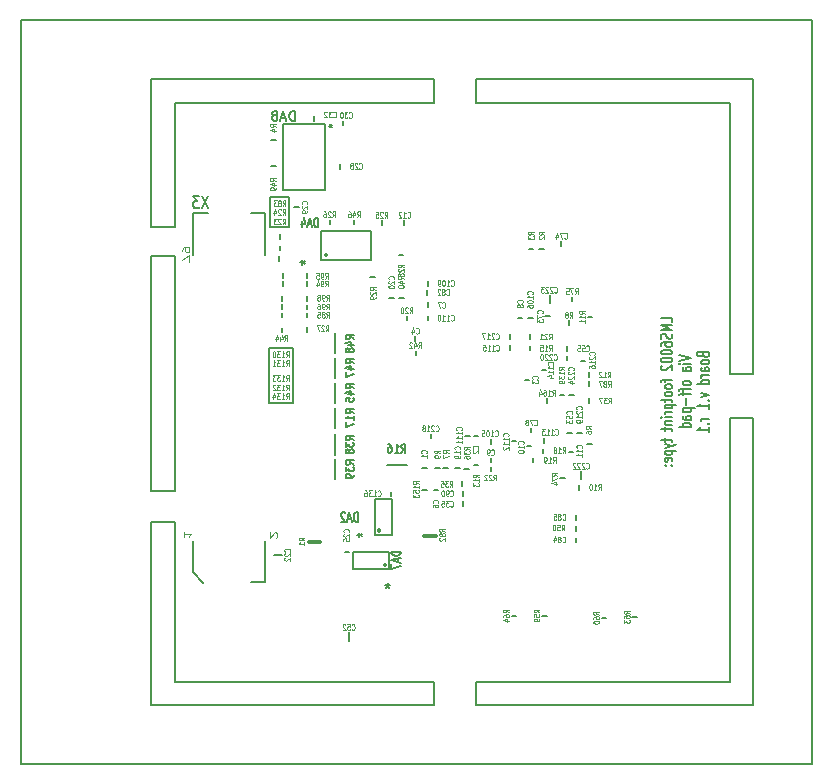
<source format=gbo>
G04 (created by PCBNEW (2013-05-31 BZR 4019)-stable) date 11/04/2014 15:09:40*
%MOIN*%
G04 Gerber Fmt 3.4, Leading zero omitted, Abs format*
%FSLAX34Y34*%
G01*
G70*
G90*
G04 APERTURE LIST*
%ADD10C,0.00590551*%
%ADD11C,0.0059*%
%ADD12C,0.0049*%
%ADD13C,0.0077*%
%ADD14C,0.0117*%
%ADD15C,0.005*%
%ADD16C,0.0078*%
%ADD17C,0.00787402*%
%ADD18C,0.0039*%
G04 APERTURE END LIST*
G54D10*
G54D11*
X64322Y-37749D02*
X64322Y-37617D01*
X63928Y-37617D01*
X64322Y-37841D02*
X63928Y-37841D01*
X64210Y-37933D01*
X63928Y-38025D01*
X64322Y-38025D01*
X64304Y-38143D02*
X64322Y-38182D01*
X64322Y-38248D01*
X64304Y-38274D01*
X64285Y-38288D01*
X64247Y-38301D01*
X64210Y-38301D01*
X64172Y-38288D01*
X64154Y-38274D01*
X64135Y-38248D01*
X64116Y-38196D01*
X64097Y-38169D01*
X64078Y-38156D01*
X64041Y-38143D01*
X64003Y-38143D01*
X63966Y-38156D01*
X63947Y-38169D01*
X63928Y-38196D01*
X63928Y-38261D01*
X63947Y-38301D01*
X63928Y-38537D02*
X63928Y-38485D01*
X63947Y-38458D01*
X63966Y-38445D01*
X64022Y-38419D01*
X64097Y-38406D01*
X64247Y-38406D01*
X64285Y-38419D01*
X64304Y-38432D01*
X64322Y-38458D01*
X64322Y-38511D01*
X64304Y-38537D01*
X64285Y-38550D01*
X64247Y-38564D01*
X64154Y-38564D01*
X64116Y-38550D01*
X64097Y-38537D01*
X64078Y-38511D01*
X64078Y-38458D01*
X64097Y-38432D01*
X64116Y-38419D01*
X64154Y-38406D01*
X63928Y-38734D02*
X63928Y-38761D01*
X63947Y-38787D01*
X63966Y-38800D01*
X64003Y-38813D01*
X64078Y-38826D01*
X64172Y-38826D01*
X64247Y-38813D01*
X64285Y-38800D01*
X64304Y-38787D01*
X64322Y-38761D01*
X64322Y-38734D01*
X64304Y-38708D01*
X64285Y-38695D01*
X64247Y-38682D01*
X64172Y-38669D01*
X64078Y-38669D01*
X64003Y-38682D01*
X63966Y-38695D01*
X63947Y-38708D01*
X63928Y-38734D01*
X63928Y-38997D02*
X63928Y-39024D01*
X63947Y-39050D01*
X63966Y-39063D01*
X64003Y-39076D01*
X64078Y-39089D01*
X64172Y-39089D01*
X64247Y-39076D01*
X64285Y-39063D01*
X64304Y-39050D01*
X64322Y-39024D01*
X64322Y-38997D01*
X64304Y-38971D01*
X64285Y-38958D01*
X64247Y-38945D01*
X64172Y-38932D01*
X64078Y-38932D01*
X64003Y-38945D01*
X63966Y-38958D01*
X63947Y-38971D01*
X63928Y-38997D01*
X63966Y-39194D02*
X63947Y-39208D01*
X63928Y-39234D01*
X63928Y-39300D01*
X63947Y-39326D01*
X63966Y-39339D01*
X64003Y-39352D01*
X64041Y-39352D01*
X64097Y-39339D01*
X64322Y-39181D01*
X64322Y-39352D01*
X64060Y-39641D02*
X64060Y-39746D01*
X64322Y-39681D02*
X63985Y-39681D01*
X63947Y-39694D01*
X63928Y-39720D01*
X63928Y-39746D01*
X64322Y-39878D02*
X64304Y-39852D01*
X64285Y-39838D01*
X64247Y-39825D01*
X64135Y-39825D01*
X64097Y-39838D01*
X64078Y-39852D01*
X64060Y-39878D01*
X64060Y-39917D01*
X64078Y-39944D01*
X64097Y-39957D01*
X64135Y-39970D01*
X64247Y-39970D01*
X64285Y-39957D01*
X64304Y-39944D01*
X64322Y-39917D01*
X64322Y-39878D01*
X64322Y-40128D02*
X64304Y-40101D01*
X64285Y-40088D01*
X64247Y-40075D01*
X64135Y-40075D01*
X64097Y-40088D01*
X64078Y-40101D01*
X64060Y-40128D01*
X64060Y-40167D01*
X64078Y-40193D01*
X64097Y-40206D01*
X64135Y-40220D01*
X64247Y-40220D01*
X64285Y-40206D01*
X64304Y-40193D01*
X64322Y-40167D01*
X64322Y-40128D01*
X64060Y-40298D02*
X64060Y-40404D01*
X63928Y-40338D02*
X64266Y-40338D01*
X64304Y-40351D01*
X64322Y-40377D01*
X64322Y-40404D01*
X64060Y-40496D02*
X64454Y-40496D01*
X64078Y-40496D02*
X64060Y-40522D01*
X64060Y-40574D01*
X64078Y-40601D01*
X64097Y-40614D01*
X64135Y-40627D01*
X64247Y-40627D01*
X64285Y-40614D01*
X64304Y-40601D01*
X64322Y-40574D01*
X64322Y-40522D01*
X64304Y-40496D01*
X64322Y-40745D02*
X64060Y-40745D01*
X64135Y-40745D02*
X64097Y-40758D01*
X64078Y-40772D01*
X64060Y-40798D01*
X64060Y-40824D01*
X64322Y-40916D02*
X64060Y-40916D01*
X63928Y-40916D02*
X63947Y-40903D01*
X63966Y-40916D01*
X63947Y-40929D01*
X63928Y-40916D01*
X63966Y-40916D01*
X64060Y-41048D02*
X64322Y-41048D01*
X64097Y-41048D02*
X64078Y-41061D01*
X64060Y-41087D01*
X64060Y-41126D01*
X64078Y-41153D01*
X64116Y-41166D01*
X64322Y-41166D01*
X64060Y-41258D02*
X64060Y-41363D01*
X63928Y-41297D02*
X64266Y-41297D01*
X64304Y-41310D01*
X64322Y-41337D01*
X64322Y-41363D01*
X64060Y-41626D02*
X64060Y-41731D01*
X63928Y-41665D02*
X64266Y-41665D01*
X64304Y-41678D01*
X64322Y-41705D01*
X64322Y-41731D01*
X64060Y-41797D02*
X64322Y-41862D01*
X64060Y-41928D02*
X64322Y-41862D01*
X64416Y-41836D01*
X64435Y-41823D01*
X64454Y-41797D01*
X64060Y-42033D02*
X64454Y-42033D01*
X64078Y-42033D02*
X64060Y-42060D01*
X64060Y-42112D01*
X64078Y-42138D01*
X64097Y-42152D01*
X64135Y-42165D01*
X64247Y-42165D01*
X64285Y-42152D01*
X64304Y-42138D01*
X64322Y-42112D01*
X64322Y-42060D01*
X64304Y-42033D01*
X64304Y-42388D02*
X64322Y-42362D01*
X64322Y-42309D01*
X64304Y-42283D01*
X64266Y-42270D01*
X64116Y-42270D01*
X64078Y-42283D01*
X64060Y-42309D01*
X64060Y-42362D01*
X64078Y-42388D01*
X64116Y-42401D01*
X64154Y-42401D01*
X64191Y-42270D01*
X64285Y-42520D02*
X64304Y-42533D01*
X64322Y-42520D01*
X64304Y-42506D01*
X64285Y-42520D01*
X64322Y-42520D01*
X64078Y-42520D02*
X64097Y-42533D01*
X64116Y-42520D01*
X64097Y-42506D01*
X64078Y-42520D01*
X64116Y-42520D01*
X64539Y-38853D02*
X64933Y-38945D01*
X64539Y-39037D01*
X64933Y-39129D02*
X64670Y-39129D01*
X64539Y-39129D02*
X64558Y-39116D01*
X64576Y-39129D01*
X64558Y-39142D01*
X64539Y-39129D01*
X64576Y-39129D01*
X64933Y-39378D02*
X64727Y-39378D01*
X64689Y-39365D01*
X64670Y-39339D01*
X64670Y-39286D01*
X64689Y-39260D01*
X64914Y-39378D02*
X64933Y-39352D01*
X64933Y-39286D01*
X64914Y-39260D01*
X64877Y-39247D01*
X64839Y-39247D01*
X64802Y-39260D01*
X64783Y-39286D01*
X64783Y-39352D01*
X64764Y-39378D01*
X64933Y-39760D02*
X64914Y-39733D01*
X64895Y-39720D01*
X64858Y-39707D01*
X64745Y-39707D01*
X64708Y-39720D01*
X64689Y-39733D01*
X64670Y-39760D01*
X64670Y-39799D01*
X64689Y-39825D01*
X64708Y-39838D01*
X64745Y-39852D01*
X64858Y-39852D01*
X64895Y-39838D01*
X64914Y-39825D01*
X64933Y-39799D01*
X64933Y-39760D01*
X64670Y-39930D02*
X64670Y-40036D01*
X64933Y-39970D02*
X64595Y-39970D01*
X64558Y-39983D01*
X64539Y-40009D01*
X64539Y-40036D01*
X64670Y-40088D02*
X64670Y-40193D01*
X64933Y-40128D02*
X64595Y-40128D01*
X64558Y-40141D01*
X64539Y-40167D01*
X64539Y-40193D01*
X64783Y-40285D02*
X64783Y-40496D01*
X64670Y-40627D02*
X65064Y-40627D01*
X64689Y-40627D02*
X64670Y-40653D01*
X64670Y-40706D01*
X64689Y-40732D01*
X64708Y-40745D01*
X64745Y-40758D01*
X64858Y-40758D01*
X64895Y-40745D01*
X64914Y-40732D01*
X64933Y-40706D01*
X64933Y-40653D01*
X64914Y-40627D01*
X64933Y-40995D02*
X64727Y-40995D01*
X64689Y-40982D01*
X64670Y-40956D01*
X64670Y-40903D01*
X64689Y-40877D01*
X64914Y-40995D02*
X64933Y-40969D01*
X64933Y-40903D01*
X64914Y-40877D01*
X64877Y-40864D01*
X64839Y-40864D01*
X64802Y-40877D01*
X64783Y-40903D01*
X64783Y-40969D01*
X64764Y-40995D01*
X64933Y-41245D02*
X64539Y-41245D01*
X64914Y-41245D02*
X64933Y-41218D01*
X64933Y-41166D01*
X64914Y-41140D01*
X64895Y-41126D01*
X64858Y-41113D01*
X64745Y-41113D01*
X64708Y-41126D01*
X64689Y-41140D01*
X64670Y-41166D01*
X64670Y-41218D01*
X64689Y-41245D01*
X65337Y-38833D02*
X65356Y-38872D01*
X65375Y-38886D01*
X65412Y-38899D01*
X65469Y-38899D01*
X65506Y-38886D01*
X65525Y-38872D01*
X65544Y-38846D01*
X65544Y-38741D01*
X65150Y-38741D01*
X65150Y-38833D01*
X65168Y-38859D01*
X65187Y-38872D01*
X65225Y-38886D01*
X65262Y-38886D01*
X65300Y-38872D01*
X65318Y-38859D01*
X65337Y-38833D01*
X65337Y-38741D01*
X65544Y-39056D02*
X65525Y-39030D01*
X65506Y-39017D01*
X65469Y-39004D01*
X65356Y-39004D01*
X65318Y-39017D01*
X65300Y-39030D01*
X65281Y-39056D01*
X65281Y-39096D01*
X65300Y-39122D01*
X65318Y-39135D01*
X65356Y-39148D01*
X65469Y-39148D01*
X65506Y-39135D01*
X65525Y-39122D01*
X65544Y-39096D01*
X65544Y-39056D01*
X65544Y-39385D02*
X65337Y-39385D01*
X65300Y-39372D01*
X65281Y-39346D01*
X65281Y-39293D01*
X65300Y-39267D01*
X65525Y-39385D02*
X65544Y-39359D01*
X65544Y-39293D01*
X65525Y-39267D01*
X65487Y-39254D01*
X65450Y-39254D01*
X65412Y-39267D01*
X65393Y-39293D01*
X65393Y-39359D01*
X65375Y-39385D01*
X65544Y-39516D02*
X65281Y-39516D01*
X65356Y-39516D02*
X65318Y-39530D01*
X65300Y-39543D01*
X65281Y-39569D01*
X65281Y-39595D01*
X65544Y-39806D02*
X65150Y-39806D01*
X65525Y-39806D02*
X65544Y-39779D01*
X65544Y-39727D01*
X65525Y-39700D01*
X65506Y-39687D01*
X65469Y-39674D01*
X65356Y-39674D01*
X65318Y-39687D01*
X65300Y-39700D01*
X65281Y-39727D01*
X65281Y-39779D01*
X65300Y-39806D01*
X65281Y-40121D02*
X65544Y-40187D01*
X65281Y-40252D01*
X65506Y-40358D02*
X65525Y-40371D01*
X65544Y-40358D01*
X65525Y-40344D01*
X65506Y-40358D01*
X65544Y-40358D01*
X65544Y-40634D02*
X65544Y-40476D01*
X65544Y-40555D02*
X65150Y-40555D01*
X65206Y-40528D01*
X65243Y-40502D01*
X65262Y-40476D01*
X65544Y-40962D02*
X65281Y-40962D01*
X65356Y-40962D02*
X65318Y-40975D01*
X65300Y-40988D01*
X65281Y-41015D01*
X65281Y-41041D01*
X65506Y-41133D02*
X65525Y-41146D01*
X65544Y-41133D01*
X65525Y-41120D01*
X65506Y-41133D01*
X65544Y-41133D01*
X65544Y-41409D02*
X65544Y-41251D01*
X65544Y-41330D02*
X65150Y-41330D01*
X65206Y-41304D01*
X65243Y-41278D01*
X65262Y-41251D01*
G54D12*
X48213Y-35737D02*
X48213Y-35527D01*
X47978Y-35662D01*
X47978Y-35393D02*
X47978Y-35333D01*
X47990Y-35303D01*
X48001Y-35288D01*
X48034Y-35258D01*
X48079Y-35243D01*
X48169Y-35243D01*
X48191Y-35258D01*
X48202Y-35273D01*
X48213Y-35303D01*
X48213Y-35363D01*
X48202Y-35393D01*
X48191Y-35408D01*
X48169Y-35423D01*
X48113Y-35423D01*
X48090Y-35408D01*
X48079Y-35393D01*
X48068Y-35363D01*
X48068Y-35303D01*
X48079Y-35273D01*
X48090Y-35258D01*
X48113Y-35243D01*
X51113Y-44936D02*
X51124Y-44921D01*
X51135Y-44891D01*
X51135Y-44817D01*
X51124Y-44787D01*
X51113Y-44772D01*
X51091Y-44757D01*
X51068Y-44757D01*
X51035Y-44772D01*
X50900Y-44951D01*
X50900Y-44757D01*
G54D13*
X42606Y-52483D02*
X42606Y-27680D01*
X68983Y-52483D02*
X42606Y-52483D01*
X68983Y-27680D02*
X68983Y-52483D01*
X42606Y-27680D02*
X68983Y-27680D01*
X66228Y-30437D02*
X66228Y-39492D01*
X57764Y-30437D02*
X66228Y-30437D01*
X57764Y-29650D02*
X57764Y-30437D01*
X67016Y-29650D02*
X57764Y-29650D01*
X67016Y-39492D02*
X67016Y-29650D01*
X66228Y-39492D02*
X67016Y-39492D01*
X57764Y-50515D02*
X57764Y-49728D01*
X67016Y-50515D02*
X57764Y-50515D01*
X67016Y-40948D02*
X67016Y-50515D01*
X66228Y-40948D02*
X67016Y-40948D01*
X66228Y-49728D02*
X66228Y-40948D01*
X57764Y-49728D02*
X66228Y-49728D01*
X46936Y-50515D02*
X46936Y-44413D01*
X56386Y-50515D02*
X46936Y-50515D01*
X56386Y-49728D02*
X56386Y-50515D01*
X47724Y-49728D02*
X56386Y-49728D01*
X47724Y-44413D02*
X47724Y-49728D01*
X46936Y-44413D02*
X47724Y-44413D01*
X46936Y-43390D02*
X46936Y-35555D01*
X47724Y-43390D02*
X46936Y-43390D01*
X47724Y-35555D02*
X47724Y-43390D01*
X46936Y-35555D02*
X47724Y-35555D01*
X47724Y-30437D02*
X47724Y-34570D01*
X46936Y-34570D02*
X47724Y-34570D01*
X46936Y-29648D02*
X46936Y-34570D01*
X46936Y-29648D02*
X56384Y-29648D01*
X56384Y-29648D02*
X56384Y-30437D01*
X47724Y-30437D02*
X56384Y-30437D01*
G54D12*
X48038Y-44737D02*
X48038Y-44916D01*
X48038Y-44827D02*
X48273Y-44827D01*
X48240Y-44856D01*
X48217Y-44886D01*
X48206Y-44916D01*
G54D11*
X50913Y-34591D02*
X50913Y-33567D01*
X51543Y-34591D02*
X50913Y-34591D01*
X51543Y-33567D02*
X51543Y-34591D01*
X50913Y-33567D02*
X51543Y-33567D01*
X50874Y-40437D02*
X50874Y-38626D01*
X51681Y-40437D02*
X50874Y-40437D01*
X51681Y-38626D02*
X51681Y-40437D01*
X50874Y-38625D02*
X51681Y-38625D01*
G54D13*
X48847Y-34099D02*
X48354Y-34099D01*
X48354Y-35496D02*
X48354Y-34099D01*
X50754Y-35496D02*
X50754Y-34099D01*
X50754Y-46420D02*
X50754Y-45031D01*
X50754Y-34099D02*
X50262Y-34099D01*
X48354Y-46085D02*
X48354Y-45032D01*
X48689Y-46428D02*
X48354Y-46083D01*
X50754Y-46420D02*
X50261Y-46420D01*
G54D14*
X52194Y-45063D02*
X52586Y-45063D01*
X56052Y-44866D02*
X56444Y-44866D01*
G54D13*
X53721Y-34332D02*
X53721Y-34488D01*
X51327Y-36111D02*
X51327Y-36267D01*
X61094Y-44540D02*
X61094Y-44696D01*
X51101Y-31692D02*
X50945Y-31692D01*
X50945Y-32559D02*
X51101Y-32559D01*
X51217Y-35560D02*
X51217Y-35716D01*
X51303Y-37930D02*
X51303Y-38086D01*
X54404Y-36232D02*
X54248Y-36232D01*
X51327Y-36383D02*
X51327Y-36539D01*
X51291Y-37154D02*
X51291Y-37310D01*
X52154Y-37318D02*
X52154Y-37162D01*
X52126Y-36275D02*
X52126Y-36119D01*
X55349Y-35496D02*
X55193Y-35496D01*
X52130Y-38070D02*
X52130Y-37914D01*
X52894Y-34332D02*
X52894Y-34488D01*
X51295Y-37430D02*
X51295Y-37586D01*
X54638Y-34511D02*
X54638Y-34355D01*
X59528Y-35315D02*
X59684Y-35315D01*
X59883Y-35315D02*
X60039Y-35315D01*
X59117Y-47528D02*
X58961Y-47528D01*
X60125Y-47536D02*
X59969Y-47536D01*
X62114Y-47622D02*
X61958Y-47622D01*
X63129Y-47591D02*
X62973Y-47591D01*
X56562Y-42607D02*
X56406Y-42607D01*
X58272Y-42720D02*
X58272Y-42564D01*
X55473Y-37536D02*
X55473Y-37692D01*
X55206Y-36949D02*
X55362Y-36949D01*
X59567Y-38306D02*
X59567Y-38150D01*
X59673Y-42425D02*
X59673Y-42269D01*
X60016Y-42122D02*
X60016Y-41966D01*
X61528Y-39422D02*
X61528Y-39578D01*
X59567Y-38688D02*
X59567Y-38532D01*
X60560Y-40169D02*
X60716Y-40169D01*
X60154Y-40433D02*
X60154Y-40277D01*
X61543Y-40429D02*
X61543Y-40273D01*
X61473Y-41827D02*
X61629Y-41827D01*
X56686Y-42606D02*
X56842Y-42606D01*
X60882Y-37846D02*
X60882Y-37690D01*
X52150Y-37031D02*
X52150Y-36875D01*
X60568Y-42945D02*
X60724Y-42945D01*
X61213Y-43178D02*
X61213Y-43334D01*
X60980Y-37059D02*
X60980Y-36903D01*
X61649Y-37571D02*
X61493Y-37571D01*
X57846Y-42500D02*
X57690Y-42500D01*
X61536Y-39721D02*
X61536Y-39877D01*
X55756Y-38698D02*
X55756Y-38854D01*
X55973Y-43331D02*
X56129Y-43331D01*
X51225Y-34812D02*
X51225Y-34968D01*
X51225Y-35358D02*
X51225Y-35202D01*
X52154Y-37434D02*
X52154Y-37590D01*
X51291Y-36879D02*
X51291Y-37035D01*
X52126Y-36547D02*
X52126Y-36391D01*
X57299Y-43044D02*
X57299Y-43200D01*
X57387Y-42634D02*
X57543Y-42634D01*
X60225Y-36847D02*
X60225Y-37121D01*
X53524Y-48365D02*
X53524Y-48091D01*
X61288Y-42984D02*
X61288Y-42710D01*
X51032Y-45520D02*
X51306Y-45520D01*
X61306Y-41449D02*
X61150Y-41449D01*
X61027Y-40169D02*
X60871Y-40169D01*
X60956Y-41449D02*
X60800Y-41449D01*
X60811Y-38712D02*
X60811Y-38556D01*
X56260Y-41467D02*
X56260Y-41623D01*
X60811Y-39023D02*
X60811Y-38867D01*
X55969Y-42603D02*
X56125Y-42603D01*
X54953Y-43399D02*
X54953Y-43555D01*
X57323Y-43705D02*
X57323Y-43861D01*
X56158Y-37688D02*
X56158Y-37532D01*
X57323Y-43375D02*
X57323Y-43531D01*
X57072Y-42622D02*
X57228Y-42622D01*
X55386Y-34503D02*
X55386Y-34347D01*
X60622Y-35208D02*
X60622Y-35052D01*
X61102Y-44181D02*
X61102Y-44337D01*
X61110Y-44933D02*
X61110Y-45089D01*
X59617Y-41870D02*
X59461Y-41870D01*
X55027Y-36949D02*
X54871Y-36949D01*
X57846Y-41544D02*
X57690Y-41544D01*
X57562Y-41540D02*
X57406Y-41540D01*
X59554Y-39666D02*
X59398Y-39666D01*
X55752Y-38221D02*
X55752Y-38377D01*
X56359Y-43343D02*
X56515Y-43343D01*
X58890Y-38139D02*
X58890Y-38295D01*
X58898Y-38517D02*
X58898Y-38673D01*
X61421Y-39032D02*
X61265Y-39032D01*
X59961Y-39346D02*
X60117Y-39346D01*
X59113Y-41722D02*
X58957Y-41722D01*
X60240Y-37555D02*
X60084Y-37555D01*
X60028Y-41607D02*
X60028Y-41763D01*
X60863Y-42067D02*
X61019Y-42067D01*
X56158Y-37247D02*
X56158Y-37091D01*
X56154Y-36834D02*
X56154Y-36678D01*
X56165Y-36531D02*
X56165Y-36375D01*
X59314Y-37603D02*
X59158Y-37603D01*
X59657Y-37603D02*
X59501Y-37603D01*
X58264Y-42417D02*
X58264Y-42261D01*
X58256Y-41795D02*
X58256Y-41639D01*
X53391Y-45402D02*
X53547Y-45402D01*
X59622Y-41421D02*
X59622Y-41265D01*
G54D14*
X54550Y-44697D02*
X54550Y-44693D01*
G54D15*
X54959Y-43628D02*
X54409Y-43628D01*
X54409Y-43628D02*
X54409Y-44828D01*
X54409Y-44828D02*
X54959Y-44828D01*
X54959Y-44828D02*
X54959Y-43628D01*
G54D14*
X54740Y-45834D02*
X54736Y-45834D01*
G54D15*
X53671Y-45425D02*
X53671Y-45975D01*
X53671Y-45975D02*
X54871Y-45975D01*
X54871Y-45975D02*
X54871Y-45425D01*
X54871Y-45425D02*
X53671Y-45425D01*
G54D14*
X52787Y-35516D02*
X52787Y-35508D01*
G54D16*
X54259Y-34701D02*
X54259Y-35685D01*
X54259Y-35685D02*
X52607Y-35685D01*
X52607Y-34701D02*
X54259Y-34701D01*
X52607Y-35685D02*
X52607Y-34701D01*
G54D11*
X53059Y-38791D02*
X53059Y-38123D01*
X53059Y-39606D02*
X53059Y-38938D01*
X53059Y-40441D02*
X53059Y-39773D01*
X53059Y-41275D02*
X53059Y-40607D01*
X53059Y-42161D02*
X53059Y-41493D01*
X53059Y-42980D02*
X53059Y-42312D01*
X55464Y-42516D02*
X54796Y-42516D01*
G54D17*
X52755Y-31181D02*
X52755Y-31141D01*
X52755Y-31181D02*
X52755Y-33346D01*
X52755Y-33346D02*
X51338Y-33346D01*
X51338Y-33346D02*
X51338Y-31141D01*
X51338Y-31141D02*
X52755Y-31141D01*
G54D13*
X53228Y-32481D02*
X53228Y-32637D01*
X51703Y-33917D02*
X51859Y-33917D01*
X53346Y-31036D02*
X53346Y-31192D01*
X52362Y-30878D02*
X52362Y-31034D01*
G54D16*
X48845Y-33554D02*
X48635Y-33947D01*
X48635Y-33554D02*
X48845Y-33947D01*
X48546Y-33554D02*
X48351Y-33554D01*
X48456Y-33703D01*
X48411Y-33703D01*
X48381Y-33722D01*
X48366Y-33741D01*
X48351Y-33778D01*
X48351Y-33872D01*
X48366Y-33909D01*
X48381Y-33928D01*
X48411Y-33947D01*
X48501Y-33947D01*
X48531Y-33928D01*
X48546Y-33909D01*
G54D18*
X52055Y-45025D02*
X51963Y-44973D01*
X52055Y-44936D02*
X51860Y-44936D01*
X51860Y-44995D01*
X51870Y-45010D01*
X51879Y-45018D01*
X51898Y-45025D01*
X51925Y-45025D01*
X51944Y-45018D01*
X51953Y-45010D01*
X51963Y-44995D01*
X51963Y-44936D01*
X52055Y-45175D02*
X52055Y-45085D01*
X52055Y-45130D02*
X51860Y-45130D01*
X51888Y-45115D01*
X51907Y-45100D01*
X51916Y-45085D01*
X56743Y-44729D02*
X56651Y-44676D01*
X56743Y-44639D02*
X56548Y-44639D01*
X56548Y-44699D01*
X56558Y-44714D01*
X56567Y-44721D01*
X56586Y-44729D01*
X56613Y-44729D01*
X56632Y-44721D01*
X56641Y-44714D01*
X56651Y-44699D01*
X56651Y-44639D01*
X56632Y-44818D02*
X56623Y-44803D01*
X56613Y-44796D01*
X56595Y-44788D01*
X56586Y-44788D01*
X56567Y-44796D01*
X56558Y-44803D01*
X56548Y-44818D01*
X56548Y-44848D01*
X56558Y-44863D01*
X56567Y-44871D01*
X56586Y-44878D01*
X56595Y-44878D01*
X56613Y-44871D01*
X56623Y-44863D01*
X56632Y-44848D01*
X56632Y-44818D01*
X56641Y-44803D01*
X56651Y-44796D01*
X56669Y-44788D01*
X56706Y-44788D01*
X56725Y-44796D01*
X56734Y-44803D01*
X56743Y-44818D01*
X56743Y-44848D01*
X56734Y-44863D01*
X56725Y-44871D01*
X56706Y-44878D01*
X56669Y-44878D01*
X56651Y-44871D01*
X56641Y-44863D01*
X56632Y-44848D01*
X56567Y-44938D02*
X56558Y-44945D01*
X56548Y-44960D01*
X56548Y-44998D01*
X56558Y-45013D01*
X56567Y-45020D01*
X56586Y-45028D01*
X56604Y-45028D01*
X56632Y-45020D01*
X56743Y-44930D01*
X56743Y-45028D01*
X53809Y-34255D02*
X53862Y-34163D01*
X53899Y-34255D02*
X53899Y-34060D01*
X53839Y-34060D01*
X53824Y-34070D01*
X53817Y-34079D01*
X53809Y-34098D01*
X53809Y-34125D01*
X53817Y-34144D01*
X53824Y-34153D01*
X53839Y-34163D01*
X53899Y-34163D01*
X53675Y-34125D02*
X53675Y-34255D01*
X53712Y-34051D02*
X53750Y-34190D01*
X53652Y-34190D01*
X53525Y-34060D02*
X53555Y-34060D01*
X53570Y-34070D01*
X53578Y-34079D01*
X53593Y-34107D01*
X53600Y-34144D01*
X53600Y-34218D01*
X53593Y-34237D01*
X53585Y-34246D01*
X53570Y-34255D01*
X53540Y-34255D01*
X53525Y-34246D01*
X53518Y-34237D01*
X53510Y-34218D01*
X53510Y-34172D01*
X53518Y-34153D01*
X53525Y-34144D01*
X53540Y-34135D01*
X53570Y-34135D01*
X53585Y-34144D01*
X53593Y-34153D01*
X53600Y-34172D01*
X51443Y-38921D02*
X51496Y-38829D01*
X51533Y-38921D02*
X51533Y-38726D01*
X51473Y-38726D01*
X51458Y-38736D01*
X51451Y-38745D01*
X51443Y-38764D01*
X51443Y-38791D01*
X51451Y-38810D01*
X51458Y-38819D01*
X51473Y-38829D01*
X51533Y-38829D01*
X51294Y-38921D02*
X51383Y-38921D01*
X51339Y-38921D02*
X51339Y-38726D01*
X51353Y-38754D01*
X51368Y-38773D01*
X51383Y-38782D01*
X51241Y-38726D02*
X51144Y-38726D01*
X51196Y-38801D01*
X51174Y-38801D01*
X51159Y-38810D01*
X51152Y-38819D01*
X51144Y-38838D01*
X51144Y-38884D01*
X51152Y-38903D01*
X51159Y-38912D01*
X51174Y-38921D01*
X51219Y-38921D01*
X51234Y-38912D01*
X51241Y-38903D01*
X51047Y-38726D02*
X51032Y-38726D01*
X51017Y-38736D01*
X51010Y-38745D01*
X51002Y-38764D01*
X50995Y-38801D01*
X50995Y-38847D01*
X51002Y-38884D01*
X51010Y-38903D01*
X51017Y-38912D01*
X51032Y-38921D01*
X51047Y-38921D01*
X51062Y-38912D01*
X51069Y-38903D01*
X51077Y-38884D01*
X51084Y-38847D01*
X51084Y-38801D01*
X51077Y-38764D01*
X51069Y-38745D01*
X51062Y-38736D01*
X51047Y-38726D01*
X60624Y-44693D02*
X60676Y-44600D01*
X60714Y-44693D02*
X60714Y-44498D01*
X60654Y-44498D01*
X60639Y-44507D01*
X60632Y-44516D01*
X60624Y-44535D01*
X60624Y-44563D01*
X60632Y-44581D01*
X60639Y-44590D01*
X60654Y-44600D01*
X60714Y-44600D01*
X60482Y-44498D02*
X60557Y-44498D01*
X60564Y-44590D01*
X60557Y-44581D01*
X60542Y-44572D01*
X60504Y-44572D01*
X60489Y-44581D01*
X60482Y-44590D01*
X60475Y-44609D01*
X60475Y-44655D01*
X60482Y-44674D01*
X60489Y-44683D01*
X60504Y-44693D01*
X60542Y-44693D01*
X60557Y-44683D01*
X60564Y-44674D01*
X60377Y-44498D02*
X60362Y-44498D01*
X60347Y-44507D01*
X60340Y-44516D01*
X60332Y-44535D01*
X60325Y-44572D01*
X60325Y-44618D01*
X60332Y-44655D01*
X60340Y-44674D01*
X60347Y-44683D01*
X60362Y-44693D01*
X60377Y-44693D01*
X60392Y-44683D01*
X60400Y-44674D01*
X60407Y-44655D01*
X60415Y-44618D01*
X60415Y-44572D01*
X60407Y-44535D01*
X60400Y-44516D01*
X60392Y-44507D01*
X60377Y-44498D01*
X51102Y-31237D02*
X51009Y-31185D01*
X51102Y-31147D02*
X50907Y-31147D01*
X50907Y-31207D01*
X50916Y-31222D01*
X50926Y-31230D01*
X50944Y-31237D01*
X50972Y-31237D01*
X50991Y-31230D01*
X51000Y-31222D01*
X51009Y-31207D01*
X51009Y-31147D01*
X50972Y-31372D02*
X51102Y-31372D01*
X50898Y-31334D02*
X51037Y-31297D01*
X51037Y-31394D01*
X51102Y-33048D02*
X51009Y-32996D01*
X51102Y-32958D02*
X50907Y-32958D01*
X50907Y-33018D01*
X50916Y-33033D01*
X50926Y-33041D01*
X50944Y-33048D01*
X50972Y-33048D01*
X50991Y-33041D01*
X51000Y-33033D01*
X51009Y-33018D01*
X51009Y-32958D01*
X50972Y-33183D02*
X51102Y-33183D01*
X50898Y-33145D02*
X51037Y-33108D01*
X51037Y-33205D01*
X51102Y-33272D02*
X51102Y-33302D01*
X51093Y-33317D01*
X51083Y-33325D01*
X51056Y-33340D01*
X51018Y-33347D01*
X50944Y-33347D01*
X50926Y-33340D01*
X50916Y-33332D01*
X50907Y-33317D01*
X50907Y-33287D01*
X50916Y-33272D01*
X50926Y-33265D01*
X50944Y-33258D01*
X50991Y-33258D01*
X51009Y-33265D01*
X51018Y-33272D01*
X51028Y-33287D01*
X51028Y-33317D01*
X51018Y-33332D01*
X51009Y-33340D01*
X50991Y-33347D01*
X51328Y-34492D02*
X51381Y-34400D01*
X51418Y-34492D02*
X51418Y-34297D01*
X51358Y-34297D01*
X51343Y-34307D01*
X51336Y-34316D01*
X51328Y-34335D01*
X51328Y-34362D01*
X51336Y-34381D01*
X51343Y-34390D01*
X51358Y-34400D01*
X51418Y-34400D01*
X51269Y-34316D02*
X51261Y-34307D01*
X51246Y-34297D01*
X51209Y-34297D01*
X51194Y-34307D01*
X51186Y-34316D01*
X51179Y-34335D01*
X51179Y-34353D01*
X51186Y-34381D01*
X51276Y-34492D01*
X51179Y-34492D01*
X51127Y-34297D02*
X51029Y-34297D01*
X51082Y-34372D01*
X51059Y-34372D01*
X51044Y-34381D01*
X51037Y-34390D01*
X51029Y-34409D01*
X51029Y-34455D01*
X51037Y-34474D01*
X51044Y-34483D01*
X51059Y-34492D01*
X51104Y-34492D01*
X51119Y-34483D01*
X51127Y-34474D01*
X51388Y-38370D02*
X51441Y-38278D01*
X51478Y-38370D02*
X51478Y-38175D01*
X51418Y-38175D01*
X51403Y-38185D01*
X51396Y-38194D01*
X51388Y-38213D01*
X51388Y-38240D01*
X51396Y-38259D01*
X51403Y-38268D01*
X51418Y-38278D01*
X51478Y-38278D01*
X51254Y-38240D02*
X51254Y-38370D01*
X51291Y-38166D02*
X51329Y-38305D01*
X51231Y-38305D01*
X51104Y-38240D02*
X51104Y-38370D01*
X51142Y-38166D02*
X51179Y-38305D01*
X51082Y-38305D01*
X54429Y-36682D02*
X54336Y-36630D01*
X54429Y-36592D02*
X54234Y-36592D01*
X54234Y-36652D01*
X54243Y-36667D01*
X54252Y-36675D01*
X54271Y-36682D01*
X54299Y-36682D01*
X54317Y-36675D01*
X54327Y-36667D01*
X54336Y-36652D01*
X54336Y-36592D01*
X54252Y-36742D02*
X54243Y-36749D01*
X54234Y-36764D01*
X54234Y-36802D01*
X54243Y-36817D01*
X54252Y-36824D01*
X54271Y-36832D01*
X54290Y-36832D01*
X54317Y-36824D01*
X54429Y-36734D01*
X54429Y-36832D01*
X54429Y-36906D02*
X54429Y-36936D01*
X54420Y-36951D01*
X54410Y-36959D01*
X54382Y-36974D01*
X54345Y-36981D01*
X54271Y-36981D01*
X54252Y-36974D01*
X54243Y-36966D01*
X54234Y-36951D01*
X54234Y-36921D01*
X54243Y-36906D01*
X54252Y-36899D01*
X54271Y-36891D01*
X54317Y-36891D01*
X54336Y-36899D01*
X54345Y-36906D01*
X54355Y-36921D01*
X54355Y-36951D01*
X54345Y-36966D01*
X54336Y-36974D01*
X54317Y-36981D01*
X51443Y-39216D02*
X51496Y-39124D01*
X51533Y-39216D02*
X51533Y-39021D01*
X51473Y-39021D01*
X51458Y-39031D01*
X51451Y-39040D01*
X51443Y-39059D01*
X51443Y-39086D01*
X51451Y-39105D01*
X51458Y-39114D01*
X51473Y-39124D01*
X51533Y-39124D01*
X51294Y-39216D02*
X51383Y-39216D01*
X51339Y-39216D02*
X51339Y-39021D01*
X51353Y-39049D01*
X51368Y-39068D01*
X51383Y-39077D01*
X51241Y-39021D02*
X51144Y-39021D01*
X51196Y-39096D01*
X51174Y-39096D01*
X51159Y-39105D01*
X51152Y-39114D01*
X51144Y-39133D01*
X51144Y-39179D01*
X51152Y-39198D01*
X51159Y-39207D01*
X51174Y-39216D01*
X51219Y-39216D01*
X51234Y-39207D01*
X51241Y-39198D01*
X50995Y-39216D02*
X51084Y-39216D01*
X51039Y-39216D02*
X51039Y-39021D01*
X51054Y-39049D01*
X51069Y-39068D01*
X51084Y-39077D01*
X51443Y-40023D02*
X51496Y-39931D01*
X51533Y-40023D02*
X51533Y-39828D01*
X51473Y-39828D01*
X51458Y-39838D01*
X51451Y-39847D01*
X51443Y-39866D01*
X51443Y-39893D01*
X51451Y-39912D01*
X51458Y-39921D01*
X51473Y-39931D01*
X51533Y-39931D01*
X51294Y-40023D02*
X51383Y-40023D01*
X51339Y-40023D02*
X51339Y-39828D01*
X51353Y-39856D01*
X51368Y-39875D01*
X51383Y-39884D01*
X51241Y-39828D02*
X51144Y-39828D01*
X51196Y-39903D01*
X51174Y-39903D01*
X51159Y-39912D01*
X51152Y-39921D01*
X51144Y-39940D01*
X51144Y-39986D01*
X51152Y-40005D01*
X51159Y-40014D01*
X51174Y-40023D01*
X51219Y-40023D01*
X51234Y-40014D01*
X51241Y-40005D01*
X51084Y-39847D02*
X51077Y-39838D01*
X51062Y-39828D01*
X51025Y-39828D01*
X51010Y-39838D01*
X51002Y-39847D01*
X50995Y-39866D01*
X50995Y-39884D01*
X51002Y-39912D01*
X51092Y-40023D01*
X50995Y-40023D01*
X52785Y-37326D02*
X52838Y-37234D01*
X52875Y-37326D02*
X52875Y-37131D01*
X52815Y-37131D01*
X52800Y-37141D01*
X52793Y-37150D01*
X52785Y-37169D01*
X52785Y-37196D01*
X52793Y-37215D01*
X52800Y-37224D01*
X52815Y-37234D01*
X52875Y-37234D01*
X52711Y-37326D02*
X52681Y-37326D01*
X52666Y-37317D01*
X52658Y-37308D01*
X52643Y-37280D01*
X52636Y-37243D01*
X52636Y-37169D01*
X52643Y-37150D01*
X52651Y-37141D01*
X52666Y-37131D01*
X52696Y-37131D01*
X52711Y-37141D01*
X52718Y-37150D01*
X52726Y-37169D01*
X52726Y-37215D01*
X52718Y-37234D01*
X52711Y-37243D01*
X52696Y-37252D01*
X52666Y-37252D01*
X52651Y-37243D01*
X52643Y-37234D01*
X52636Y-37215D01*
X52501Y-37131D02*
X52531Y-37131D01*
X52546Y-37141D01*
X52554Y-37150D01*
X52569Y-37178D01*
X52576Y-37215D01*
X52576Y-37289D01*
X52569Y-37308D01*
X52561Y-37317D01*
X52546Y-37326D01*
X52516Y-37326D01*
X52501Y-37317D01*
X52494Y-37308D01*
X52486Y-37289D01*
X52486Y-37243D01*
X52494Y-37224D01*
X52501Y-37215D01*
X52516Y-37206D01*
X52546Y-37206D01*
X52561Y-37215D01*
X52569Y-37224D01*
X52576Y-37243D01*
X52746Y-36303D02*
X52799Y-36211D01*
X52836Y-36303D02*
X52836Y-36108D01*
X52776Y-36108D01*
X52761Y-36118D01*
X52754Y-36127D01*
X52746Y-36146D01*
X52746Y-36173D01*
X52754Y-36192D01*
X52761Y-36201D01*
X52776Y-36211D01*
X52836Y-36211D01*
X52672Y-36303D02*
X52642Y-36303D01*
X52627Y-36294D01*
X52619Y-36285D01*
X52604Y-36257D01*
X52597Y-36220D01*
X52597Y-36146D01*
X52604Y-36127D01*
X52612Y-36118D01*
X52627Y-36108D01*
X52657Y-36108D01*
X52672Y-36118D01*
X52679Y-36127D01*
X52687Y-36146D01*
X52687Y-36192D01*
X52679Y-36211D01*
X52672Y-36220D01*
X52657Y-36229D01*
X52627Y-36229D01*
X52612Y-36220D01*
X52604Y-36211D01*
X52597Y-36192D01*
X52455Y-36108D02*
X52530Y-36108D01*
X52537Y-36201D01*
X52530Y-36192D01*
X52515Y-36183D01*
X52477Y-36183D01*
X52462Y-36192D01*
X52455Y-36201D01*
X52447Y-36220D01*
X52447Y-36266D01*
X52455Y-36285D01*
X52462Y-36294D01*
X52477Y-36303D01*
X52515Y-36303D01*
X52530Y-36294D01*
X52537Y-36285D01*
X55366Y-35918D02*
X55273Y-35865D01*
X55366Y-35828D02*
X55171Y-35828D01*
X55171Y-35888D01*
X55180Y-35903D01*
X55190Y-35910D01*
X55208Y-35918D01*
X55236Y-35918D01*
X55255Y-35910D01*
X55264Y-35903D01*
X55273Y-35888D01*
X55273Y-35828D01*
X55190Y-35977D02*
X55180Y-35985D01*
X55171Y-36000D01*
X55171Y-36037D01*
X55180Y-36052D01*
X55190Y-36060D01*
X55208Y-36067D01*
X55227Y-36067D01*
X55255Y-36060D01*
X55366Y-35970D01*
X55366Y-36067D01*
X55255Y-36157D02*
X55245Y-36142D01*
X55236Y-36134D01*
X55218Y-36127D01*
X55208Y-36127D01*
X55190Y-36134D01*
X55180Y-36142D01*
X55171Y-36157D01*
X55171Y-36187D01*
X55180Y-36202D01*
X55190Y-36209D01*
X55208Y-36217D01*
X55218Y-36217D01*
X55236Y-36209D01*
X55245Y-36202D01*
X55255Y-36187D01*
X55255Y-36157D01*
X55264Y-36142D01*
X55273Y-36134D01*
X55292Y-36127D01*
X55329Y-36127D01*
X55348Y-36134D01*
X55357Y-36142D01*
X55366Y-36157D01*
X55366Y-36187D01*
X55357Y-36202D01*
X55348Y-36209D01*
X55329Y-36217D01*
X55292Y-36217D01*
X55273Y-36209D01*
X55264Y-36202D01*
X55255Y-36187D01*
X52765Y-38055D02*
X52818Y-37963D01*
X52855Y-38055D02*
X52855Y-37860D01*
X52795Y-37860D01*
X52780Y-37870D01*
X52773Y-37879D01*
X52765Y-37898D01*
X52765Y-37925D01*
X52773Y-37944D01*
X52780Y-37953D01*
X52795Y-37963D01*
X52855Y-37963D01*
X52706Y-37879D02*
X52698Y-37870D01*
X52683Y-37860D01*
X52646Y-37860D01*
X52631Y-37870D01*
X52623Y-37879D01*
X52616Y-37898D01*
X52616Y-37916D01*
X52623Y-37944D01*
X52713Y-38055D01*
X52616Y-38055D01*
X52564Y-37860D02*
X52459Y-37860D01*
X52526Y-38055D01*
X52982Y-34255D02*
X53035Y-34163D01*
X53072Y-34255D02*
X53072Y-34060D01*
X53012Y-34060D01*
X52997Y-34070D01*
X52990Y-34079D01*
X52982Y-34098D01*
X52982Y-34125D01*
X52990Y-34144D01*
X52997Y-34153D01*
X53012Y-34163D01*
X53072Y-34163D01*
X52923Y-34079D02*
X52915Y-34070D01*
X52900Y-34060D01*
X52863Y-34060D01*
X52848Y-34070D01*
X52840Y-34079D01*
X52833Y-34098D01*
X52833Y-34116D01*
X52840Y-34144D01*
X52930Y-34255D01*
X52833Y-34255D01*
X52698Y-34060D02*
X52728Y-34060D01*
X52743Y-34070D01*
X52751Y-34079D01*
X52766Y-34107D01*
X52773Y-34144D01*
X52773Y-34218D01*
X52766Y-34237D01*
X52758Y-34246D01*
X52743Y-34255D01*
X52713Y-34255D01*
X52698Y-34246D01*
X52691Y-34237D01*
X52683Y-34218D01*
X52683Y-34172D01*
X52691Y-34153D01*
X52698Y-34144D01*
X52713Y-34135D01*
X52743Y-34135D01*
X52758Y-34144D01*
X52766Y-34153D01*
X52773Y-34172D01*
X51443Y-40318D02*
X51496Y-40226D01*
X51533Y-40318D02*
X51533Y-40123D01*
X51473Y-40123D01*
X51458Y-40133D01*
X51451Y-40142D01*
X51443Y-40161D01*
X51443Y-40188D01*
X51451Y-40207D01*
X51458Y-40216D01*
X51473Y-40226D01*
X51533Y-40226D01*
X51294Y-40318D02*
X51383Y-40318D01*
X51339Y-40318D02*
X51339Y-40123D01*
X51353Y-40151D01*
X51368Y-40170D01*
X51383Y-40179D01*
X51241Y-40123D02*
X51144Y-40123D01*
X51196Y-40198D01*
X51174Y-40198D01*
X51159Y-40207D01*
X51152Y-40216D01*
X51144Y-40235D01*
X51144Y-40281D01*
X51152Y-40300D01*
X51159Y-40309D01*
X51174Y-40318D01*
X51219Y-40318D01*
X51234Y-40309D01*
X51241Y-40300D01*
X51010Y-40188D02*
X51010Y-40318D01*
X51047Y-40114D02*
X51084Y-40253D01*
X50987Y-40253D01*
X54723Y-34278D02*
X54776Y-34186D01*
X54813Y-34278D02*
X54813Y-34083D01*
X54753Y-34083D01*
X54738Y-34093D01*
X54731Y-34102D01*
X54723Y-34121D01*
X54723Y-34148D01*
X54731Y-34167D01*
X54738Y-34176D01*
X54753Y-34186D01*
X54813Y-34186D01*
X54664Y-34102D02*
X54656Y-34093D01*
X54641Y-34083D01*
X54604Y-34083D01*
X54589Y-34093D01*
X54581Y-34102D01*
X54574Y-34121D01*
X54574Y-34139D01*
X54581Y-34167D01*
X54671Y-34278D01*
X54574Y-34278D01*
X54432Y-34083D02*
X54507Y-34083D01*
X54514Y-34176D01*
X54507Y-34167D01*
X54492Y-34158D01*
X54454Y-34158D01*
X54439Y-34167D01*
X54432Y-34176D01*
X54424Y-34195D01*
X54424Y-34241D01*
X54432Y-34260D01*
X54439Y-34269D01*
X54454Y-34278D01*
X54492Y-34278D01*
X54507Y-34269D01*
X54514Y-34260D01*
X59699Y-34832D02*
X59607Y-34780D01*
X59699Y-34743D02*
X59504Y-34743D01*
X59504Y-34802D01*
X59514Y-34817D01*
X59523Y-34825D01*
X59542Y-34832D01*
X59569Y-34832D01*
X59588Y-34825D01*
X59597Y-34817D01*
X59607Y-34802D01*
X59607Y-34743D01*
X59504Y-34885D02*
X59504Y-34982D01*
X59579Y-34930D01*
X59579Y-34952D01*
X59588Y-34967D01*
X59597Y-34974D01*
X59616Y-34982D01*
X59662Y-34982D01*
X59681Y-34974D01*
X59690Y-34967D01*
X59699Y-34952D01*
X59699Y-34907D01*
X59690Y-34892D01*
X59681Y-34885D01*
X60054Y-34832D02*
X59962Y-34780D01*
X60054Y-34743D02*
X59859Y-34743D01*
X59859Y-34802D01*
X59869Y-34817D01*
X59878Y-34825D01*
X59897Y-34832D01*
X59924Y-34832D01*
X59943Y-34825D01*
X59952Y-34817D01*
X59962Y-34802D01*
X59962Y-34743D01*
X59878Y-34892D02*
X59869Y-34900D01*
X59859Y-34915D01*
X59859Y-34952D01*
X59869Y-34967D01*
X59878Y-34974D01*
X59897Y-34982D01*
X59915Y-34982D01*
X59943Y-34974D01*
X60054Y-34885D01*
X60054Y-34982D01*
X58877Y-47427D02*
X58785Y-47374D01*
X58877Y-47337D02*
X58682Y-47337D01*
X58682Y-47397D01*
X58692Y-47412D01*
X58701Y-47419D01*
X58720Y-47427D01*
X58747Y-47427D01*
X58766Y-47419D01*
X58775Y-47412D01*
X58785Y-47397D01*
X58785Y-47337D01*
X58682Y-47561D02*
X58682Y-47531D01*
X58692Y-47516D01*
X58701Y-47509D01*
X58729Y-47494D01*
X58766Y-47486D01*
X58840Y-47486D01*
X58859Y-47494D01*
X58868Y-47501D01*
X58877Y-47516D01*
X58877Y-47546D01*
X58868Y-47561D01*
X58859Y-47569D01*
X58840Y-47576D01*
X58794Y-47576D01*
X58775Y-47569D01*
X58766Y-47561D01*
X58757Y-47546D01*
X58757Y-47516D01*
X58766Y-47501D01*
X58775Y-47494D01*
X58794Y-47486D01*
X58747Y-47711D02*
X58877Y-47711D01*
X58673Y-47673D02*
X58812Y-47636D01*
X58812Y-47733D01*
X59885Y-47419D02*
X59793Y-47366D01*
X59885Y-47329D02*
X59690Y-47329D01*
X59690Y-47389D01*
X59700Y-47404D01*
X59709Y-47411D01*
X59728Y-47419D01*
X59755Y-47419D01*
X59774Y-47411D01*
X59783Y-47404D01*
X59793Y-47389D01*
X59793Y-47329D01*
X59690Y-47561D02*
X59690Y-47486D01*
X59783Y-47478D01*
X59774Y-47486D01*
X59765Y-47501D01*
X59765Y-47538D01*
X59774Y-47553D01*
X59783Y-47561D01*
X59802Y-47568D01*
X59848Y-47568D01*
X59867Y-47561D01*
X59876Y-47553D01*
X59885Y-47538D01*
X59885Y-47501D01*
X59876Y-47486D01*
X59867Y-47478D01*
X59885Y-47643D02*
X59885Y-47673D01*
X59876Y-47688D01*
X59867Y-47695D01*
X59839Y-47710D01*
X59802Y-47718D01*
X59728Y-47718D01*
X59709Y-47710D01*
X59700Y-47703D01*
X59690Y-47688D01*
X59690Y-47658D01*
X59700Y-47643D01*
X59709Y-47635D01*
X59728Y-47628D01*
X59774Y-47628D01*
X59793Y-47635D01*
X59802Y-47643D01*
X59811Y-47658D01*
X59811Y-47688D01*
X59802Y-47703D01*
X59793Y-47710D01*
X59774Y-47718D01*
X61878Y-47501D02*
X61786Y-47448D01*
X61878Y-47411D02*
X61683Y-47411D01*
X61683Y-47471D01*
X61693Y-47486D01*
X61702Y-47493D01*
X61721Y-47501D01*
X61748Y-47501D01*
X61767Y-47493D01*
X61776Y-47486D01*
X61786Y-47471D01*
X61786Y-47411D01*
X61683Y-47635D02*
X61683Y-47605D01*
X61693Y-47590D01*
X61702Y-47583D01*
X61730Y-47568D01*
X61767Y-47560D01*
X61841Y-47560D01*
X61860Y-47568D01*
X61869Y-47575D01*
X61878Y-47590D01*
X61878Y-47620D01*
X61869Y-47635D01*
X61860Y-47643D01*
X61841Y-47650D01*
X61795Y-47650D01*
X61776Y-47643D01*
X61767Y-47635D01*
X61758Y-47620D01*
X61758Y-47590D01*
X61767Y-47575D01*
X61776Y-47568D01*
X61795Y-47560D01*
X61683Y-47747D02*
X61683Y-47762D01*
X61693Y-47777D01*
X61702Y-47785D01*
X61721Y-47792D01*
X61758Y-47800D01*
X61804Y-47800D01*
X61841Y-47792D01*
X61860Y-47785D01*
X61869Y-47777D01*
X61878Y-47762D01*
X61878Y-47747D01*
X61869Y-47732D01*
X61860Y-47725D01*
X61841Y-47717D01*
X61804Y-47710D01*
X61758Y-47710D01*
X61721Y-47717D01*
X61702Y-47725D01*
X61693Y-47732D01*
X61683Y-47747D01*
X62893Y-47463D02*
X62801Y-47410D01*
X62893Y-47373D02*
X62698Y-47373D01*
X62698Y-47433D01*
X62708Y-47448D01*
X62717Y-47455D01*
X62736Y-47463D01*
X62763Y-47463D01*
X62782Y-47455D01*
X62791Y-47448D01*
X62801Y-47433D01*
X62801Y-47373D01*
X62698Y-47597D02*
X62698Y-47567D01*
X62708Y-47552D01*
X62717Y-47545D01*
X62745Y-47530D01*
X62782Y-47522D01*
X62856Y-47522D01*
X62875Y-47530D01*
X62884Y-47537D01*
X62893Y-47552D01*
X62893Y-47582D01*
X62884Y-47597D01*
X62875Y-47605D01*
X62856Y-47612D01*
X62810Y-47612D01*
X62791Y-47605D01*
X62782Y-47597D01*
X62773Y-47582D01*
X62773Y-47552D01*
X62782Y-47537D01*
X62791Y-47530D01*
X62810Y-47522D01*
X62698Y-47664D02*
X62698Y-47762D01*
X62773Y-47709D01*
X62773Y-47732D01*
X62782Y-47747D01*
X62791Y-47754D01*
X62810Y-47762D01*
X62856Y-47762D01*
X62875Y-47754D01*
X62884Y-47747D01*
X62893Y-47732D01*
X62893Y-47687D01*
X62884Y-47672D01*
X62875Y-47664D01*
X56578Y-42123D02*
X56486Y-42071D01*
X56578Y-42034D02*
X56383Y-42034D01*
X56383Y-42093D01*
X56393Y-42108D01*
X56402Y-42116D01*
X56421Y-42123D01*
X56448Y-42123D01*
X56467Y-42116D01*
X56476Y-42108D01*
X56486Y-42093D01*
X56486Y-42034D01*
X56578Y-42198D02*
X56578Y-42228D01*
X56569Y-42243D01*
X56560Y-42250D01*
X56532Y-42265D01*
X56495Y-42273D01*
X56421Y-42273D01*
X56402Y-42265D01*
X56393Y-42258D01*
X56383Y-42243D01*
X56383Y-42213D01*
X56393Y-42198D01*
X56402Y-42191D01*
X56421Y-42183D01*
X56467Y-42183D01*
X56486Y-42191D01*
X56495Y-42198D01*
X56504Y-42213D01*
X56504Y-42243D01*
X56495Y-42258D01*
X56486Y-42265D01*
X56467Y-42273D01*
X58348Y-43027D02*
X58401Y-42935D01*
X58438Y-43027D02*
X58438Y-42832D01*
X58378Y-42832D01*
X58363Y-42842D01*
X58356Y-42851D01*
X58348Y-42870D01*
X58348Y-42897D01*
X58356Y-42916D01*
X58363Y-42925D01*
X58378Y-42935D01*
X58438Y-42935D01*
X58289Y-42851D02*
X58281Y-42842D01*
X58266Y-42832D01*
X58229Y-42832D01*
X58214Y-42842D01*
X58206Y-42851D01*
X58199Y-42870D01*
X58199Y-42888D01*
X58206Y-42916D01*
X58296Y-43027D01*
X58199Y-43027D01*
X58139Y-42851D02*
X58132Y-42842D01*
X58117Y-42832D01*
X58079Y-42832D01*
X58064Y-42842D01*
X58057Y-42851D01*
X58049Y-42870D01*
X58049Y-42888D01*
X58057Y-42916D01*
X58147Y-43027D01*
X58049Y-43027D01*
X55561Y-37452D02*
X55614Y-37360D01*
X55651Y-37452D02*
X55651Y-37257D01*
X55591Y-37257D01*
X55576Y-37267D01*
X55569Y-37276D01*
X55561Y-37295D01*
X55561Y-37322D01*
X55569Y-37341D01*
X55576Y-37350D01*
X55591Y-37360D01*
X55651Y-37360D01*
X55502Y-37276D02*
X55494Y-37267D01*
X55479Y-37257D01*
X55442Y-37257D01*
X55427Y-37267D01*
X55419Y-37276D01*
X55412Y-37295D01*
X55412Y-37313D01*
X55419Y-37341D01*
X55509Y-37452D01*
X55412Y-37452D01*
X55315Y-37257D02*
X55300Y-37257D01*
X55285Y-37267D01*
X55277Y-37276D01*
X55270Y-37295D01*
X55262Y-37332D01*
X55262Y-37378D01*
X55270Y-37415D01*
X55277Y-37434D01*
X55285Y-37443D01*
X55300Y-37452D01*
X55315Y-37452D01*
X55330Y-37443D01*
X55337Y-37434D01*
X55345Y-37415D01*
X55352Y-37378D01*
X55352Y-37332D01*
X55345Y-37295D01*
X55337Y-37276D01*
X55330Y-37267D01*
X55315Y-37257D01*
X55362Y-36309D02*
X55270Y-36256D01*
X55362Y-36219D02*
X55167Y-36219D01*
X55167Y-36279D01*
X55177Y-36294D01*
X55186Y-36301D01*
X55205Y-36309D01*
X55232Y-36309D01*
X55251Y-36301D01*
X55260Y-36294D01*
X55270Y-36279D01*
X55270Y-36219D01*
X55232Y-36443D02*
X55362Y-36443D01*
X55158Y-36406D02*
X55297Y-36368D01*
X55297Y-36466D01*
X55167Y-36555D02*
X55167Y-36570D01*
X55177Y-36585D01*
X55186Y-36593D01*
X55205Y-36600D01*
X55242Y-36608D01*
X55288Y-36608D01*
X55325Y-36600D01*
X55344Y-36593D01*
X55353Y-36585D01*
X55362Y-36570D01*
X55362Y-36555D01*
X55353Y-36540D01*
X55344Y-36533D01*
X55325Y-36525D01*
X55288Y-36518D01*
X55242Y-36518D01*
X55205Y-36525D01*
X55186Y-36533D01*
X55177Y-36540D01*
X55167Y-36555D01*
X60202Y-38326D02*
X60255Y-38234D01*
X60292Y-38326D02*
X60292Y-38131D01*
X60232Y-38131D01*
X60217Y-38141D01*
X60210Y-38150D01*
X60202Y-38169D01*
X60202Y-38196D01*
X60210Y-38215D01*
X60217Y-38224D01*
X60232Y-38234D01*
X60292Y-38234D01*
X60143Y-38150D02*
X60135Y-38141D01*
X60120Y-38131D01*
X60083Y-38131D01*
X60068Y-38141D01*
X60060Y-38150D01*
X60053Y-38169D01*
X60053Y-38187D01*
X60060Y-38215D01*
X60150Y-38326D01*
X60053Y-38326D01*
X59903Y-38326D02*
X59993Y-38326D01*
X59948Y-38326D02*
X59948Y-38131D01*
X59963Y-38159D01*
X59978Y-38178D01*
X59993Y-38187D01*
X60336Y-42441D02*
X60389Y-42349D01*
X60426Y-42441D02*
X60426Y-42246D01*
X60366Y-42246D01*
X60351Y-42256D01*
X60344Y-42265D01*
X60336Y-42284D01*
X60336Y-42311D01*
X60344Y-42330D01*
X60351Y-42339D01*
X60366Y-42349D01*
X60426Y-42349D01*
X60187Y-42441D02*
X60277Y-42441D01*
X60232Y-42441D02*
X60232Y-42246D01*
X60247Y-42274D01*
X60262Y-42293D01*
X60277Y-42302D01*
X60112Y-42441D02*
X60082Y-42441D01*
X60067Y-42432D01*
X60060Y-42423D01*
X60045Y-42395D01*
X60037Y-42358D01*
X60037Y-42284D01*
X60045Y-42265D01*
X60052Y-42256D01*
X60067Y-42246D01*
X60097Y-42246D01*
X60112Y-42256D01*
X60120Y-42265D01*
X60127Y-42284D01*
X60127Y-42330D01*
X60120Y-42349D01*
X60112Y-42358D01*
X60097Y-42367D01*
X60067Y-42367D01*
X60052Y-42358D01*
X60045Y-42349D01*
X60037Y-42330D01*
X60656Y-42114D02*
X60709Y-42022D01*
X60746Y-42114D02*
X60746Y-41919D01*
X60686Y-41919D01*
X60671Y-41929D01*
X60664Y-41938D01*
X60656Y-41957D01*
X60656Y-41984D01*
X60664Y-42003D01*
X60671Y-42012D01*
X60686Y-42022D01*
X60746Y-42022D01*
X60507Y-42114D02*
X60597Y-42114D01*
X60552Y-42114D02*
X60552Y-41919D01*
X60567Y-41947D01*
X60582Y-41966D01*
X60597Y-41975D01*
X60417Y-42003D02*
X60432Y-41994D01*
X60440Y-41984D01*
X60447Y-41966D01*
X60447Y-41957D01*
X60440Y-41938D01*
X60432Y-41929D01*
X60417Y-41919D01*
X60387Y-41919D01*
X60372Y-41929D01*
X60365Y-41938D01*
X60357Y-41957D01*
X60357Y-41966D01*
X60365Y-41984D01*
X60372Y-41994D01*
X60387Y-42003D01*
X60417Y-42003D01*
X60432Y-42012D01*
X60440Y-42022D01*
X60447Y-42040D01*
X60447Y-42077D01*
X60440Y-42096D01*
X60432Y-42105D01*
X60417Y-42114D01*
X60387Y-42114D01*
X60372Y-42105D01*
X60365Y-42096D01*
X60357Y-42077D01*
X60357Y-42040D01*
X60365Y-42022D01*
X60372Y-42012D01*
X60387Y-42003D01*
X62164Y-39589D02*
X62217Y-39497D01*
X62254Y-39589D02*
X62254Y-39394D01*
X62194Y-39394D01*
X62179Y-39404D01*
X62172Y-39413D01*
X62164Y-39432D01*
X62164Y-39459D01*
X62172Y-39478D01*
X62179Y-39487D01*
X62194Y-39497D01*
X62254Y-39497D01*
X62015Y-39589D02*
X62105Y-39589D01*
X62060Y-39589D02*
X62060Y-39394D01*
X62075Y-39422D01*
X62090Y-39441D01*
X62105Y-39450D01*
X61955Y-39413D02*
X61948Y-39404D01*
X61933Y-39394D01*
X61895Y-39394D01*
X61880Y-39404D01*
X61873Y-39413D01*
X61865Y-39432D01*
X61865Y-39450D01*
X61873Y-39478D01*
X61963Y-39589D01*
X61865Y-39589D01*
X60206Y-38704D02*
X60259Y-38612D01*
X60296Y-38704D02*
X60296Y-38509D01*
X60236Y-38509D01*
X60221Y-38519D01*
X60214Y-38528D01*
X60206Y-38547D01*
X60206Y-38574D01*
X60214Y-38593D01*
X60221Y-38602D01*
X60236Y-38612D01*
X60296Y-38612D01*
X60057Y-38704D02*
X60147Y-38704D01*
X60102Y-38704D02*
X60102Y-38509D01*
X60117Y-38537D01*
X60132Y-38556D01*
X60147Y-38565D01*
X59915Y-38509D02*
X59990Y-38509D01*
X59997Y-38602D01*
X59990Y-38593D01*
X59975Y-38584D01*
X59937Y-38584D01*
X59922Y-38593D01*
X59915Y-38602D01*
X59907Y-38621D01*
X59907Y-38667D01*
X59915Y-38686D01*
X59922Y-38695D01*
X59937Y-38704D01*
X59975Y-38704D01*
X59990Y-38695D01*
X59997Y-38686D01*
X60720Y-39336D02*
X60628Y-39283D01*
X60720Y-39246D02*
X60525Y-39246D01*
X60525Y-39306D01*
X60535Y-39321D01*
X60544Y-39328D01*
X60563Y-39336D01*
X60590Y-39336D01*
X60609Y-39328D01*
X60618Y-39321D01*
X60628Y-39306D01*
X60628Y-39246D01*
X60720Y-39485D02*
X60720Y-39396D01*
X60720Y-39440D02*
X60525Y-39440D01*
X60553Y-39426D01*
X60572Y-39411D01*
X60581Y-39396D01*
X60525Y-39538D02*
X60525Y-39635D01*
X60600Y-39583D01*
X60600Y-39605D01*
X60609Y-39620D01*
X60618Y-39627D01*
X60637Y-39635D01*
X60683Y-39635D01*
X60702Y-39627D01*
X60711Y-39620D01*
X60720Y-39605D01*
X60720Y-39560D01*
X60711Y-39545D01*
X60702Y-39538D01*
X60720Y-39710D02*
X60720Y-39740D01*
X60711Y-39754D01*
X60702Y-39762D01*
X60674Y-39777D01*
X60637Y-39784D01*
X60563Y-39784D01*
X60544Y-39777D01*
X60535Y-39769D01*
X60525Y-39754D01*
X60525Y-39725D01*
X60535Y-39710D01*
X60544Y-39702D01*
X60563Y-39695D01*
X60609Y-39695D01*
X60628Y-39702D01*
X60637Y-39710D01*
X60646Y-39725D01*
X60646Y-39754D01*
X60637Y-39769D01*
X60628Y-39777D01*
X60609Y-39784D01*
X60317Y-40197D02*
X60370Y-40105D01*
X60407Y-40197D02*
X60407Y-40002D01*
X60347Y-40002D01*
X60332Y-40012D01*
X60325Y-40021D01*
X60317Y-40040D01*
X60317Y-40067D01*
X60325Y-40086D01*
X60332Y-40095D01*
X60347Y-40105D01*
X60407Y-40105D01*
X60168Y-40197D02*
X60257Y-40197D01*
X60213Y-40197D02*
X60213Y-40002D01*
X60227Y-40030D01*
X60242Y-40049D01*
X60257Y-40058D01*
X60033Y-40002D02*
X60063Y-40002D01*
X60078Y-40012D01*
X60085Y-40021D01*
X60100Y-40049D01*
X60108Y-40086D01*
X60108Y-40160D01*
X60100Y-40179D01*
X60093Y-40188D01*
X60078Y-40197D01*
X60048Y-40197D01*
X60033Y-40188D01*
X60026Y-40179D01*
X60018Y-40160D01*
X60018Y-40114D01*
X60026Y-40095D01*
X60033Y-40086D01*
X60048Y-40077D01*
X60078Y-40077D01*
X60093Y-40086D01*
X60100Y-40095D01*
X60108Y-40114D01*
X59884Y-40067D02*
X59884Y-40197D01*
X59921Y-39993D02*
X59958Y-40132D01*
X59861Y-40132D01*
X62187Y-40457D02*
X62240Y-40365D01*
X62277Y-40457D02*
X62277Y-40262D01*
X62217Y-40262D01*
X62202Y-40272D01*
X62195Y-40281D01*
X62187Y-40300D01*
X62187Y-40327D01*
X62195Y-40346D01*
X62202Y-40355D01*
X62217Y-40365D01*
X62277Y-40365D01*
X62135Y-40262D02*
X62038Y-40262D01*
X62090Y-40337D01*
X62068Y-40337D01*
X62053Y-40346D01*
X62045Y-40355D01*
X62038Y-40374D01*
X62038Y-40420D01*
X62045Y-40439D01*
X62053Y-40448D01*
X62068Y-40457D01*
X62113Y-40457D01*
X62128Y-40448D01*
X62135Y-40439D01*
X61986Y-40262D02*
X61881Y-40262D01*
X61948Y-40457D01*
X61621Y-41316D02*
X61529Y-41264D01*
X61621Y-41227D02*
X61426Y-41227D01*
X61426Y-41286D01*
X61436Y-41301D01*
X61445Y-41309D01*
X61464Y-41316D01*
X61491Y-41316D01*
X61510Y-41309D01*
X61519Y-41301D01*
X61529Y-41286D01*
X61529Y-41227D01*
X61426Y-41451D02*
X61426Y-41421D01*
X61436Y-41406D01*
X61445Y-41399D01*
X61473Y-41384D01*
X61510Y-41376D01*
X61584Y-41376D01*
X61603Y-41384D01*
X61612Y-41391D01*
X61621Y-41406D01*
X61621Y-41436D01*
X61612Y-41451D01*
X61603Y-41458D01*
X61584Y-41466D01*
X61538Y-41466D01*
X61519Y-41458D01*
X61510Y-41451D01*
X61501Y-41436D01*
X61501Y-41406D01*
X61510Y-41391D01*
X61519Y-41384D01*
X61538Y-41376D01*
X56862Y-42114D02*
X56770Y-42062D01*
X56862Y-42025D02*
X56667Y-42025D01*
X56667Y-42084D01*
X56677Y-42099D01*
X56686Y-42107D01*
X56705Y-42114D01*
X56732Y-42114D01*
X56751Y-42107D01*
X56760Y-42099D01*
X56770Y-42084D01*
X56770Y-42025D01*
X56667Y-42167D02*
X56667Y-42271D01*
X56862Y-42204D01*
X60892Y-37606D02*
X60944Y-37514D01*
X60981Y-37606D02*
X60981Y-37411D01*
X60922Y-37411D01*
X60907Y-37421D01*
X60899Y-37430D01*
X60892Y-37449D01*
X60892Y-37476D01*
X60899Y-37495D01*
X60907Y-37504D01*
X60922Y-37514D01*
X60981Y-37514D01*
X60802Y-37495D02*
X60817Y-37486D01*
X60824Y-37476D01*
X60832Y-37458D01*
X60832Y-37449D01*
X60824Y-37430D01*
X60817Y-37421D01*
X60802Y-37411D01*
X60772Y-37411D01*
X60757Y-37421D01*
X60750Y-37430D01*
X60742Y-37449D01*
X60742Y-37458D01*
X60750Y-37476D01*
X60757Y-37486D01*
X60772Y-37495D01*
X60802Y-37495D01*
X60817Y-37504D01*
X60824Y-37514D01*
X60832Y-37532D01*
X60832Y-37569D01*
X60824Y-37588D01*
X60817Y-37597D01*
X60802Y-37606D01*
X60772Y-37606D01*
X60757Y-37597D01*
X60750Y-37588D01*
X60742Y-37569D01*
X60742Y-37532D01*
X60750Y-37514D01*
X60757Y-37504D01*
X60772Y-37495D01*
X52785Y-37031D02*
X52838Y-36939D01*
X52875Y-37031D02*
X52875Y-36836D01*
X52815Y-36836D01*
X52800Y-36846D01*
X52793Y-36855D01*
X52785Y-36874D01*
X52785Y-36901D01*
X52793Y-36920D01*
X52800Y-36929D01*
X52815Y-36939D01*
X52875Y-36939D01*
X52711Y-37031D02*
X52681Y-37031D01*
X52666Y-37022D01*
X52658Y-37013D01*
X52643Y-36985D01*
X52636Y-36948D01*
X52636Y-36874D01*
X52643Y-36855D01*
X52651Y-36846D01*
X52666Y-36836D01*
X52696Y-36836D01*
X52711Y-36846D01*
X52718Y-36855D01*
X52726Y-36874D01*
X52726Y-36920D01*
X52718Y-36939D01*
X52711Y-36948D01*
X52696Y-36957D01*
X52666Y-36957D01*
X52651Y-36948D01*
X52643Y-36939D01*
X52636Y-36920D01*
X52546Y-36920D02*
X52561Y-36911D01*
X52569Y-36901D01*
X52576Y-36883D01*
X52576Y-36874D01*
X52569Y-36855D01*
X52561Y-36846D01*
X52546Y-36836D01*
X52516Y-36836D01*
X52501Y-36846D01*
X52494Y-36855D01*
X52486Y-36874D01*
X52486Y-36883D01*
X52494Y-36901D01*
X52501Y-36911D01*
X52516Y-36920D01*
X52546Y-36920D01*
X52561Y-36929D01*
X52569Y-36939D01*
X52576Y-36957D01*
X52576Y-36994D01*
X52569Y-37013D01*
X52561Y-37022D01*
X52546Y-37031D01*
X52516Y-37031D01*
X52501Y-37022D01*
X52494Y-37013D01*
X52486Y-36994D01*
X52486Y-36957D01*
X52494Y-36939D01*
X52501Y-36929D01*
X52516Y-36920D01*
X60488Y-42871D02*
X60396Y-42818D01*
X60488Y-42781D02*
X60293Y-42781D01*
X60293Y-42841D01*
X60303Y-42856D01*
X60312Y-42863D01*
X60331Y-42871D01*
X60358Y-42871D01*
X60377Y-42863D01*
X60386Y-42856D01*
X60396Y-42841D01*
X60396Y-42781D01*
X60293Y-42923D02*
X60293Y-43028D01*
X60488Y-42960D01*
X60358Y-43155D02*
X60488Y-43155D01*
X60284Y-43117D02*
X60423Y-43080D01*
X60423Y-43177D01*
X61848Y-43342D02*
X61901Y-43250D01*
X61938Y-43342D02*
X61938Y-43147D01*
X61878Y-43147D01*
X61863Y-43157D01*
X61856Y-43166D01*
X61848Y-43185D01*
X61848Y-43212D01*
X61856Y-43231D01*
X61863Y-43240D01*
X61878Y-43250D01*
X61938Y-43250D01*
X61699Y-43342D02*
X61789Y-43342D01*
X61744Y-43342D02*
X61744Y-43147D01*
X61759Y-43175D01*
X61774Y-43194D01*
X61789Y-43203D01*
X61602Y-43147D02*
X61587Y-43147D01*
X61572Y-43157D01*
X61564Y-43166D01*
X61557Y-43185D01*
X61549Y-43222D01*
X61549Y-43268D01*
X61557Y-43305D01*
X61564Y-43324D01*
X61572Y-43333D01*
X61587Y-43342D01*
X61602Y-43342D01*
X61617Y-43333D01*
X61624Y-43324D01*
X61632Y-43305D01*
X61639Y-43268D01*
X61639Y-43222D01*
X61632Y-43185D01*
X61624Y-43166D01*
X61617Y-43157D01*
X61602Y-43147D01*
X61072Y-36819D02*
X61125Y-36727D01*
X61162Y-36819D02*
X61162Y-36624D01*
X61102Y-36624D01*
X61087Y-36634D01*
X61080Y-36643D01*
X61072Y-36662D01*
X61072Y-36689D01*
X61080Y-36708D01*
X61087Y-36717D01*
X61102Y-36727D01*
X61162Y-36727D01*
X61020Y-36624D02*
X60915Y-36624D01*
X60983Y-36819D01*
X60781Y-36624D02*
X60856Y-36624D01*
X60863Y-36717D01*
X60856Y-36708D01*
X60841Y-36699D01*
X60803Y-36699D01*
X60788Y-36708D01*
X60781Y-36717D01*
X60773Y-36736D01*
X60773Y-36782D01*
X60781Y-36801D01*
X60788Y-36810D01*
X60803Y-36819D01*
X60841Y-36819D01*
X60856Y-36810D01*
X60863Y-36801D01*
X61405Y-37470D02*
X61313Y-37417D01*
X61405Y-37380D02*
X61210Y-37380D01*
X61210Y-37440D01*
X61220Y-37455D01*
X61229Y-37462D01*
X61248Y-37470D01*
X61275Y-37470D01*
X61294Y-37462D01*
X61303Y-37455D01*
X61313Y-37440D01*
X61313Y-37380D01*
X61405Y-37619D02*
X61405Y-37529D01*
X61405Y-37574D02*
X61210Y-37574D01*
X61238Y-37559D01*
X61257Y-37544D01*
X61266Y-37529D01*
X61405Y-37769D02*
X61405Y-37679D01*
X61405Y-37724D02*
X61210Y-37724D01*
X61238Y-37709D01*
X61257Y-37694D01*
X61266Y-37679D01*
X57873Y-42923D02*
X57781Y-42870D01*
X57873Y-42833D02*
X57678Y-42833D01*
X57678Y-42893D01*
X57688Y-42908D01*
X57697Y-42915D01*
X57716Y-42923D01*
X57743Y-42923D01*
X57762Y-42915D01*
X57771Y-42908D01*
X57781Y-42893D01*
X57781Y-42833D01*
X57873Y-43072D02*
X57873Y-42982D01*
X57873Y-43027D02*
X57678Y-43027D01*
X57706Y-43012D01*
X57725Y-42997D01*
X57734Y-42982D01*
X57678Y-43124D02*
X57678Y-43222D01*
X57753Y-43169D01*
X57753Y-43192D01*
X57762Y-43207D01*
X57771Y-43214D01*
X57790Y-43222D01*
X57836Y-43222D01*
X57855Y-43214D01*
X57864Y-43207D01*
X57873Y-43192D01*
X57873Y-43147D01*
X57864Y-43132D01*
X57855Y-43124D01*
X62171Y-39909D02*
X62224Y-39817D01*
X62261Y-39909D02*
X62261Y-39714D01*
X62201Y-39714D01*
X62186Y-39724D01*
X62179Y-39733D01*
X62171Y-39752D01*
X62171Y-39779D01*
X62179Y-39798D01*
X62186Y-39807D01*
X62201Y-39817D01*
X62261Y-39817D01*
X62082Y-39798D02*
X62097Y-39789D01*
X62104Y-39779D01*
X62112Y-39761D01*
X62112Y-39752D01*
X62104Y-39733D01*
X62097Y-39724D01*
X62082Y-39714D01*
X62052Y-39714D01*
X62037Y-39724D01*
X62029Y-39733D01*
X62022Y-39752D01*
X62022Y-39761D01*
X62029Y-39779D01*
X62037Y-39789D01*
X62052Y-39798D01*
X62082Y-39798D01*
X62097Y-39807D01*
X62104Y-39817D01*
X62112Y-39835D01*
X62112Y-39872D01*
X62104Y-39891D01*
X62097Y-39900D01*
X62082Y-39909D01*
X62052Y-39909D01*
X62037Y-39900D01*
X62029Y-39891D01*
X62022Y-39872D01*
X62022Y-39835D01*
X62029Y-39817D01*
X62037Y-39807D01*
X62052Y-39798D01*
X61970Y-39714D02*
X61865Y-39714D01*
X61932Y-39909D01*
X55849Y-38618D02*
X55902Y-38526D01*
X55939Y-38618D02*
X55939Y-38423D01*
X55879Y-38423D01*
X55864Y-38433D01*
X55857Y-38442D01*
X55849Y-38461D01*
X55849Y-38488D01*
X55857Y-38507D01*
X55864Y-38516D01*
X55879Y-38526D01*
X55939Y-38526D01*
X55715Y-38488D02*
X55715Y-38618D01*
X55752Y-38414D02*
X55790Y-38553D01*
X55692Y-38553D01*
X55640Y-38442D02*
X55633Y-38433D01*
X55618Y-38423D01*
X55580Y-38423D01*
X55565Y-38433D01*
X55558Y-38442D01*
X55550Y-38461D01*
X55550Y-38479D01*
X55558Y-38507D01*
X55648Y-38618D01*
X55550Y-38618D01*
X55869Y-43143D02*
X55777Y-43090D01*
X55869Y-43053D02*
X55674Y-43053D01*
X55674Y-43113D01*
X55684Y-43128D01*
X55693Y-43135D01*
X55712Y-43143D01*
X55739Y-43143D01*
X55758Y-43135D01*
X55767Y-43128D01*
X55777Y-43113D01*
X55777Y-43053D01*
X55869Y-43292D02*
X55869Y-43203D01*
X55869Y-43247D02*
X55674Y-43247D01*
X55702Y-43233D01*
X55721Y-43218D01*
X55730Y-43203D01*
X55674Y-43434D02*
X55674Y-43360D01*
X55767Y-43352D01*
X55758Y-43360D01*
X55749Y-43375D01*
X55749Y-43412D01*
X55758Y-43427D01*
X55767Y-43434D01*
X55786Y-43442D01*
X55832Y-43442D01*
X55851Y-43434D01*
X55860Y-43427D01*
X55869Y-43412D01*
X55869Y-43375D01*
X55860Y-43360D01*
X55851Y-43352D01*
X55674Y-43494D02*
X55674Y-43591D01*
X55749Y-43539D01*
X55749Y-43561D01*
X55758Y-43576D01*
X55767Y-43584D01*
X55786Y-43591D01*
X55832Y-43591D01*
X55851Y-43584D01*
X55860Y-43576D01*
X55869Y-43561D01*
X55869Y-43517D01*
X55860Y-43502D01*
X55851Y-43494D01*
X51328Y-33881D02*
X51381Y-33789D01*
X51418Y-33881D02*
X51418Y-33686D01*
X51358Y-33686D01*
X51343Y-33696D01*
X51336Y-33705D01*
X51328Y-33724D01*
X51328Y-33751D01*
X51336Y-33770D01*
X51343Y-33779D01*
X51358Y-33789D01*
X51418Y-33789D01*
X51239Y-33770D02*
X51254Y-33761D01*
X51261Y-33751D01*
X51269Y-33733D01*
X51269Y-33724D01*
X51261Y-33705D01*
X51254Y-33696D01*
X51239Y-33686D01*
X51209Y-33686D01*
X51194Y-33696D01*
X51186Y-33705D01*
X51179Y-33724D01*
X51179Y-33733D01*
X51186Y-33751D01*
X51194Y-33761D01*
X51209Y-33770D01*
X51239Y-33770D01*
X51254Y-33779D01*
X51261Y-33789D01*
X51269Y-33807D01*
X51269Y-33844D01*
X51261Y-33863D01*
X51254Y-33872D01*
X51239Y-33881D01*
X51209Y-33881D01*
X51194Y-33872D01*
X51186Y-33863D01*
X51179Y-33844D01*
X51179Y-33807D01*
X51186Y-33789D01*
X51194Y-33779D01*
X51209Y-33770D01*
X51127Y-33686D02*
X51029Y-33686D01*
X51082Y-33761D01*
X51059Y-33761D01*
X51044Y-33770D01*
X51037Y-33779D01*
X51029Y-33798D01*
X51029Y-33844D01*
X51037Y-33863D01*
X51044Y-33872D01*
X51059Y-33881D01*
X51104Y-33881D01*
X51119Y-33872D01*
X51127Y-33863D01*
X51328Y-34177D02*
X51381Y-34085D01*
X51418Y-34177D02*
X51418Y-33982D01*
X51358Y-33982D01*
X51343Y-33992D01*
X51336Y-34001D01*
X51328Y-34020D01*
X51328Y-34047D01*
X51336Y-34066D01*
X51343Y-34075D01*
X51358Y-34085D01*
X51418Y-34085D01*
X51269Y-34001D02*
X51261Y-33992D01*
X51246Y-33982D01*
X51209Y-33982D01*
X51194Y-33992D01*
X51186Y-34001D01*
X51179Y-34020D01*
X51179Y-34038D01*
X51186Y-34066D01*
X51276Y-34177D01*
X51179Y-34177D01*
X51044Y-34047D02*
X51044Y-34177D01*
X51082Y-33973D02*
X51119Y-34112D01*
X51022Y-34112D01*
X52785Y-37602D02*
X52838Y-37510D01*
X52875Y-37602D02*
X52875Y-37407D01*
X52815Y-37407D01*
X52800Y-37417D01*
X52793Y-37426D01*
X52785Y-37445D01*
X52785Y-37472D01*
X52793Y-37491D01*
X52800Y-37500D01*
X52815Y-37510D01*
X52875Y-37510D01*
X52696Y-37491D02*
X52711Y-37482D01*
X52718Y-37472D01*
X52726Y-37454D01*
X52726Y-37445D01*
X52718Y-37426D01*
X52711Y-37417D01*
X52696Y-37407D01*
X52666Y-37407D01*
X52651Y-37417D01*
X52643Y-37426D01*
X52636Y-37445D01*
X52636Y-37454D01*
X52643Y-37472D01*
X52651Y-37482D01*
X52666Y-37491D01*
X52696Y-37491D01*
X52711Y-37500D01*
X52718Y-37510D01*
X52726Y-37528D01*
X52726Y-37565D01*
X52718Y-37584D01*
X52711Y-37593D01*
X52696Y-37602D01*
X52666Y-37602D01*
X52651Y-37593D01*
X52643Y-37584D01*
X52636Y-37565D01*
X52636Y-37528D01*
X52643Y-37510D01*
X52651Y-37500D01*
X52666Y-37491D01*
X52494Y-37407D02*
X52569Y-37407D01*
X52576Y-37500D01*
X52569Y-37491D01*
X52554Y-37482D01*
X52516Y-37482D01*
X52501Y-37491D01*
X52494Y-37500D01*
X52486Y-37519D01*
X52486Y-37565D01*
X52494Y-37584D01*
X52501Y-37593D01*
X52516Y-37602D01*
X52554Y-37602D01*
X52569Y-37593D01*
X52576Y-37584D01*
X51443Y-39708D02*
X51496Y-39616D01*
X51533Y-39708D02*
X51533Y-39513D01*
X51473Y-39513D01*
X51458Y-39523D01*
X51451Y-39532D01*
X51443Y-39551D01*
X51443Y-39578D01*
X51451Y-39597D01*
X51458Y-39606D01*
X51473Y-39616D01*
X51533Y-39616D01*
X51294Y-39708D02*
X51383Y-39708D01*
X51339Y-39708D02*
X51339Y-39513D01*
X51353Y-39541D01*
X51368Y-39560D01*
X51383Y-39569D01*
X51241Y-39513D02*
X51144Y-39513D01*
X51196Y-39588D01*
X51174Y-39588D01*
X51159Y-39597D01*
X51152Y-39606D01*
X51144Y-39625D01*
X51144Y-39671D01*
X51152Y-39690D01*
X51159Y-39699D01*
X51174Y-39708D01*
X51219Y-39708D01*
X51234Y-39699D01*
X51241Y-39690D01*
X51092Y-39513D02*
X50995Y-39513D01*
X51047Y-39588D01*
X51025Y-39588D01*
X51010Y-39597D01*
X51002Y-39606D01*
X50995Y-39625D01*
X50995Y-39671D01*
X51002Y-39690D01*
X51010Y-39699D01*
X51025Y-39708D01*
X51069Y-39708D01*
X51084Y-39699D01*
X51092Y-39690D01*
X52746Y-36559D02*
X52799Y-36467D01*
X52836Y-36559D02*
X52836Y-36364D01*
X52776Y-36364D01*
X52761Y-36374D01*
X52754Y-36383D01*
X52746Y-36402D01*
X52746Y-36429D01*
X52754Y-36448D01*
X52761Y-36457D01*
X52776Y-36467D01*
X52836Y-36467D01*
X52672Y-36559D02*
X52642Y-36559D01*
X52627Y-36550D01*
X52619Y-36541D01*
X52604Y-36513D01*
X52597Y-36476D01*
X52597Y-36402D01*
X52604Y-36383D01*
X52612Y-36374D01*
X52627Y-36364D01*
X52657Y-36364D01*
X52672Y-36374D01*
X52679Y-36383D01*
X52687Y-36402D01*
X52687Y-36448D01*
X52679Y-36467D01*
X52672Y-36476D01*
X52657Y-36485D01*
X52627Y-36485D01*
X52612Y-36476D01*
X52604Y-36467D01*
X52597Y-36448D01*
X52462Y-36429D02*
X52462Y-36559D01*
X52500Y-36355D02*
X52537Y-36494D01*
X52440Y-36494D01*
X56899Y-43243D02*
X56952Y-43151D01*
X56989Y-43243D02*
X56989Y-43048D01*
X56929Y-43048D01*
X56914Y-43058D01*
X56907Y-43067D01*
X56899Y-43086D01*
X56899Y-43113D01*
X56907Y-43132D01*
X56914Y-43141D01*
X56929Y-43151D01*
X56989Y-43151D01*
X56847Y-43048D02*
X56750Y-43048D01*
X56802Y-43123D01*
X56780Y-43123D01*
X56765Y-43132D01*
X56757Y-43141D01*
X56750Y-43160D01*
X56750Y-43206D01*
X56757Y-43225D01*
X56765Y-43234D01*
X56780Y-43243D01*
X56825Y-43243D01*
X56840Y-43234D01*
X56847Y-43225D01*
X56608Y-43048D02*
X56683Y-43048D01*
X56690Y-43141D01*
X56683Y-43132D01*
X56668Y-43123D01*
X56630Y-43123D01*
X56615Y-43132D01*
X56608Y-43141D01*
X56600Y-43160D01*
X56600Y-43206D01*
X56608Y-43225D01*
X56615Y-43234D01*
X56630Y-43243D01*
X56668Y-43243D01*
X56683Y-43234D01*
X56690Y-43225D01*
X57559Y-41998D02*
X57467Y-41945D01*
X57559Y-41908D02*
X57364Y-41908D01*
X57364Y-41968D01*
X57374Y-41983D01*
X57383Y-41990D01*
X57402Y-41998D01*
X57429Y-41998D01*
X57448Y-41990D01*
X57457Y-41983D01*
X57467Y-41968D01*
X57467Y-41908D01*
X57364Y-42050D02*
X57364Y-42147D01*
X57439Y-42095D01*
X57439Y-42117D01*
X57448Y-42132D01*
X57457Y-42140D01*
X57476Y-42147D01*
X57522Y-42147D01*
X57541Y-42140D01*
X57550Y-42132D01*
X57559Y-42117D01*
X57559Y-42072D01*
X57550Y-42057D01*
X57541Y-42050D01*
X57364Y-42282D02*
X57364Y-42252D01*
X57374Y-42237D01*
X57383Y-42229D01*
X57411Y-42214D01*
X57448Y-42207D01*
X57522Y-42207D01*
X57541Y-42214D01*
X57550Y-42222D01*
X57559Y-42237D01*
X57559Y-42267D01*
X57550Y-42282D01*
X57541Y-42289D01*
X57522Y-42297D01*
X57476Y-42297D01*
X57457Y-42289D01*
X57448Y-42282D01*
X57439Y-42267D01*
X57439Y-42237D01*
X57448Y-42222D01*
X57457Y-42214D01*
X57476Y-42207D01*
X60388Y-36744D02*
X60396Y-36753D01*
X60418Y-36762D01*
X60433Y-36762D01*
X60455Y-36753D01*
X60470Y-36735D01*
X60478Y-36716D01*
X60485Y-36679D01*
X60485Y-36651D01*
X60478Y-36614D01*
X60470Y-36595D01*
X60455Y-36577D01*
X60433Y-36567D01*
X60418Y-36567D01*
X60396Y-36577D01*
X60388Y-36586D01*
X60328Y-36586D02*
X60321Y-36577D01*
X60306Y-36567D01*
X60269Y-36567D01*
X60254Y-36577D01*
X60246Y-36586D01*
X60239Y-36605D01*
X60239Y-36623D01*
X60246Y-36651D01*
X60336Y-36762D01*
X60239Y-36762D01*
X60179Y-36586D02*
X60171Y-36577D01*
X60156Y-36567D01*
X60119Y-36567D01*
X60104Y-36577D01*
X60097Y-36586D01*
X60089Y-36605D01*
X60089Y-36623D01*
X60097Y-36651D01*
X60186Y-36762D01*
X60089Y-36762D01*
X60037Y-36567D02*
X59940Y-36567D01*
X59992Y-36642D01*
X59970Y-36642D01*
X59955Y-36651D01*
X59947Y-36660D01*
X59940Y-36679D01*
X59940Y-36725D01*
X59947Y-36744D01*
X59955Y-36753D01*
X59970Y-36762D01*
X60014Y-36762D01*
X60029Y-36753D01*
X60037Y-36744D01*
X53628Y-47993D02*
X53636Y-48002D01*
X53658Y-48011D01*
X53673Y-48011D01*
X53696Y-48002D01*
X53711Y-47984D01*
X53718Y-47965D01*
X53726Y-47928D01*
X53726Y-47900D01*
X53718Y-47863D01*
X53711Y-47844D01*
X53696Y-47826D01*
X53673Y-47816D01*
X53658Y-47816D01*
X53636Y-47826D01*
X53628Y-47835D01*
X53486Y-47816D02*
X53561Y-47816D01*
X53569Y-47909D01*
X53561Y-47900D01*
X53546Y-47891D01*
X53509Y-47891D01*
X53494Y-47900D01*
X53486Y-47909D01*
X53479Y-47928D01*
X53479Y-47974D01*
X53486Y-47993D01*
X53494Y-48002D01*
X53509Y-48011D01*
X53546Y-48011D01*
X53561Y-48002D01*
X53569Y-47993D01*
X53419Y-47835D02*
X53412Y-47826D01*
X53397Y-47816D01*
X53359Y-47816D01*
X53344Y-47826D01*
X53337Y-47835D01*
X53329Y-47854D01*
X53329Y-47872D01*
X53337Y-47900D01*
X53427Y-48011D01*
X53329Y-48011D01*
X61443Y-42611D02*
X61451Y-42620D01*
X61473Y-42629D01*
X61488Y-42629D01*
X61510Y-42620D01*
X61525Y-42602D01*
X61533Y-42583D01*
X61540Y-42546D01*
X61540Y-42518D01*
X61533Y-42481D01*
X61525Y-42462D01*
X61510Y-42444D01*
X61488Y-42434D01*
X61473Y-42434D01*
X61451Y-42444D01*
X61443Y-42453D01*
X61383Y-42453D02*
X61376Y-42444D01*
X61361Y-42434D01*
X61324Y-42434D01*
X61309Y-42444D01*
X61301Y-42453D01*
X61294Y-42472D01*
X61294Y-42490D01*
X61301Y-42518D01*
X61391Y-42629D01*
X61294Y-42629D01*
X61234Y-42453D02*
X61226Y-42444D01*
X61211Y-42434D01*
X61174Y-42434D01*
X61159Y-42444D01*
X61152Y-42453D01*
X61144Y-42472D01*
X61144Y-42490D01*
X61152Y-42518D01*
X61241Y-42629D01*
X61144Y-42629D01*
X61084Y-42453D02*
X61077Y-42444D01*
X61062Y-42434D01*
X61025Y-42434D01*
X61010Y-42444D01*
X61002Y-42453D01*
X60995Y-42472D01*
X60995Y-42490D01*
X61002Y-42518D01*
X61092Y-42629D01*
X60995Y-42629D01*
X51564Y-45395D02*
X51573Y-45387D01*
X51582Y-45365D01*
X51582Y-45350D01*
X51573Y-45327D01*
X51555Y-45312D01*
X51536Y-45305D01*
X51499Y-45297D01*
X51471Y-45297D01*
X51434Y-45305D01*
X51415Y-45312D01*
X51397Y-45327D01*
X51387Y-45350D01*
X51387Y-45365D01*
X51397Y-45387D01*
X51406Y-45395D01*
X51406Y-45454D02*
X51397Y-45462D01*
X51387Y-45477D01*
X51387Y-45514D01*
X51397Y-45529D01*
X51406Y-45537D01*
X51425Y-45544D01*
X51443Y-45544D01*
X51471Y-45537D01*
X51582Y-45447D01*
X51582Y-45544D01*
X51406Y-45604D02*
X51397Y-45611D01*
X51387Y-45626D01*
X51387Y-45664D01*
X51397Y-45679D01*
X51406Y-45686D01*
X51425Y-45694D01*
X51443Y-45694D01*
X51471Y-45686D01*
X51582Y-45596D01*
X51582Y-45694D01*
X61288Y-40647D02*
X61297Y-40639D01*
X61306Y-40617D01*
X61306Y-40602D01*
X61297Y-40580D01*
X61279Y-40565D01*
X61260Y-40557D01*
X61223Y-40550D01*
X61195Y-40550D01*
X61158Y-40557D01*
X61139Y-40565D01*
X61121Y-40580D01*
X61111Y-40602D01*
X61111Y-40617D01*
X61121Y-40639D01*
X61130Y-40647D01*
X61130Y-40707D02*
X61121Y-40714D01*
X61111Y-40729D01*
X61111Y-40766D01*
X61121Y-40781D01*
X61130Y-40789D01*
X61149Y-40796D01*
X61167Y-40796D01*
X61195Y-40789D01*
X61306Y-40699D01*
X61306Y-40796D01*
X61306Y-40946D02*
X61306Y-40856D01*
X61306Y-40901D02*
X61111Y-40901D01*
X61139Y-40886D01*
X61158Y-40871D01*
X61167Y-40856D01*
X61306Y-41021D02*
X61306Y-41051D01*
X61297Y-41065D01*
X61288Y-41073D01*
X61260Y-41088D01*
X61223Y-41095D01*
X61149Y-41095D01*
X61130Y-41088D01*
X61121Y-41080D01*
X61111Y-41065D01*
X61111Y-41036D01*
X61121Y-41021D01*
X61130Y-41013D01*
X61149Y-41006D01*
X61195Y-41006D01*
X61214Y-41013D01*
X61223Y-41021D01*
X61232Y-41036D01*
X61232Y-41065D01*
X61223Y-41080D01*
X61214Y-41088D01*
X61195Y-41095D01*
X61016Y-39344D02*
X61025Y-39336D01*
X61034Y-39314D01*
X61034Y-39299D01*
X61025Y-39277D01*
X61007Y-39262D01*
X60988Y-39254D01*
X60951Y-39247D01*
X60923Y-39247D01*
X60886Y-39254D01*
X60867Y-39262D01*
X60849Y-39277D01*
X60839Y-39299D01*
X60839Y-39314D01*
X60849Y-39336D01*
X60858Y-39344D01*
X60858Y-39404D02*
X60849Y-39411D01*
X60839Y-39426D01*
X60839Y-39463D01*
X60849Y-39478D01*
X60858Y-39486D01*
X60877Y-39493D01*
X60895Y-39493D01*
X60923Y-39486D01*
X61034Y-39396D01*
X61034Y-39493D01*
X60858Y-39553D02*
X60849Y-39561D01*
X60839Y-39576D01*
X60839Y-39613D01*
X60849Y-39628D01*
X60858Y-39635D01*
X60877Y-39643D01*
X60895Y-39643D01*
X60923Y-39635D01*
X61034Y-39546D01*
X61034Y-39643D01*
X60904Y-39777D02*
X61034Y-39777D01*
X60830Y-39740D02*
X60969Y-39703D01*
X60969Y-39800D01*
X60965Y-40805D02*
X60974Y-40797D01*
X60983Y-40775D01*
X60983Y-40760D01*
X60974Y-40737D01*
X60956Y-40722D01*
X60937Y-40715D01*
X60900Y-40707D01*
X60872Y-40707D01*
X60835Y-40715D01*
X60816Y-40722D01*
X60798Y-40737D01*
X60788Y-40760D01*
X60788Y-40775D01*
X60798Y-40797D01*
X60807Y-40805D01*
X60788Y-40947D02*
X60788Y-40872D01*
X60881Y-40864D01*
X60872Y-40872D01*
X60863Y-40887D01*
X60863Y-40924D01*
X60872Y-40939D01*
X60881Y-40947D01*
X60900Y-40954D01*
X60946Y-40954D01*
X60965Y-40947D01*
X60974Y-40939D01*
X60983Y-40924D01*
X60983Y-40887D01*
X60974Y-40872D01*
X60965Y-40864D01*
X60788Y-41006D02*
X60788Y-41104D01*
X60863Y-41051D01*
X60863Y-41074D01*
X60872Y-41089D01*
X60881Y-41096D01*
X60900Y-41104D01*
X60946Y-41104D01*
X60965Y-41096D01*
X60974Y-41089D01*
X60983Y-41074D01*
X60983Y-41029D01*
X60974Y-41014D01*
X60965Y-41006D01*
X61454Y-38698D02*
X61462Y-38707D01*
X61484Y-38716D01*
X61499Y-38716D01*
X61522Y-38707D01*
X61537Y-38689D01*
X61544Y-38670D01*
X61552Y-38633D01*
X61552Y-38605D01*
X61544Y-38568D01*
X61537Y-38549D01*
X61522Y-38531D01*
X61499Y-38521D01*
X61484Y-38521D01*
X61462Y-38531D01*
X61454Y-38540D01*
X61312Y-38521D02*
X61387Y-38521D01*
X61395Y-38614D01*
X61387Y-38605D01*
X61372Y-38596D01*
X61335Y-38596D01*
X61320Y-38605D01*
X61312Y-38614D01*
X61305Y-38633D01*
X61305Y-38679D01*
X61312Y-38698D01*
X61320Y-38707D01*
X61335Y-38716D01*
X61372Y-38716D01*
X61387Y-38707D01*
X61395Y-38698D01*
X61163Y-38521D02*
X61238Y-38521D01*
X61245Y-38614D01*
X61238Y-38605D01*
X61223Y-38596D01*
X61185Y-38596D01*
X61170Y-38605D01*
X61163Y-38614D01*
X61155Y-38633D01*
X61155Y-38679D01*
X61163Y-38698D01*
X61170Y-38707D01*
X61185Y-38716D01*
X61223Y-38716D01*
X61238Y-38707D01*
X61245Y-38698D01*
X56431Y-41368D02*
X56439Y-41377D01*
X56461Y-41386D01*
X56476Y-41386D01*
X56498Y-41377D01*
X56513Y-41359D01*
X56521Y-41340D01*
X56528Y-41303D01*
X56528Y-41275D01*
X56521Y-41238D01*
X56513Y-41219D01*
X56498Y-41201D01*
X56476Y-41191D01*
X56461Y-41191D01*
X56439Y-41201D01*
X56431Y-41210D01*
X56371Y-41210D02*
X56364Y-41201D01*
X56349Y-41191D01*
X56312Y-41191D01*
X56297Y-41201D01*
X56289Y-41210D01*
X56282Y-41229D01*
X56282Y-41247D01*
X56289Y-41275D01*
X56379Y-41386D01*
X56282Y-41386D01*
X56132Y-41386D02*
X56222Y-41386D01*
X56177Y-41386D02*
X56177Y-41191D01*
X56192Y-41219D01*
X56207Y-41238D01*
X56222Y-41247D01*
X56042Y-41275D02*
X56057Y-41266D01*
X56065Y-41256D01*
X56072Y-41238D01*
X56072Y-41229D01*
X56065Y-41210D01*
X56057Y-41201D01*
X56042Y-41191D01*
X56013Y-41191D01*
X55998Y-41201D01*
X55990Y-41210D01*
X55983Y-41229D01*
X55983Y-41238D01*
X55990Y-41256D01*
X55998Y-41266D01*
X56013Y-41275D01*
X56042Y-41275D01*
X56057Y-41284D01*
X56065Y-41294D01*
X56072Y-41312D01*
X56072Y-41349D01*
X56065Y-41368D01*
X56057Y-41377D01*
X56042Y-41386D01*
X56013Y-41386D01*
X55998Y-41377D01*
X55990Y-41368D01*
X55983Y-41349D01*
X55983Y-41312D01*
X55990Y-41294D01*
X55998Y-41284D01*
X56013Y-41275D01*
X60368Y-38993D02*
X60376Y-39002D01*
X60398Y-39011D01*
X60413Y-39011D01*
X60435Y-39002D01*
X60450Y-38984D01*
X60458Y-38965D01*
X60465Y-38928D01*
X60465Y-38900D01*
X60458Y-38863D01*
X60450Y-38844D01*
X60435Y-38826D01*
X60413Y-38816D01*
X60398Y-38816D01*
X60376Y-38826D01*
X60368Y-38835D01*
X60308Y-38835D02*
X60301Y-38826D01*
X60286Y-38816D01*
X60249Y-38816D01*
X60234Y-38826D01*
X60226Y-38835D01*
X60219Y-38854D01*
X60219Y-38872D01*
X60226Y-38900D01*
X60316Y-39011D01*
X60219Y-39011D01*
X60159Y-38835D02*
X60151Y-38826D01*
X60136Y-38816D01*
X60099Y-38816D01*
X60084Y-38826D01*
X60077Y-38835D01*
X60069Y-38854D01*
X60069Y-38872D01*
X60077Y-38900D01*
X60166Y-39011D01*
X60069Y-39011D01*
X59972Y-38816D02*
X59957Y-38816D01*
X59942Y-38826D01*
X59935Y-38835D01*
X59927Y-38854D01*
X59920Y-38891D01*
X59920Y-38937D01*
X59927Y-38974D01*
X59935Y-38993D01*
X59942Y-39002D01*
X59957Y-39011D01*
X59972Y-39011D01*
X59987Y-39002D01*
X59994Y-38993D01*
X60002Y-38974D01*
X60009Y-38937D01*
X60009Y-38891D01*
X60002Y-38854D01*
X59994Y-38835D01*
X59987Y-38826D01*
X59972Y-38816D01*
X56115Y-42111D02*
X56124Y-42104D01*
X56133Y-42081D01*
X56133Y-42066D01*
X56124Y-42044D01*
X56106Y-42029D01*
X56087Y-42022D01*
X56050Y-42014D01*
X56022Y-42014D01*
X55985Y-42022D01*
X55966Y-42029D01*
X55948Y-42044D01*
X55938Y-42066D01*
X55938Y-42081D01*
X55948Y-42104D01*
X55957Y-42111D01*
X56133Y-42261D02*
X56133Y-42171D01*
X56133Y-42216D02*
X55938Y-42216D01*
X55966Y-42201D01*
X55985Y-42186D01*
X55994Y-42171D01*
X54494Y-43533D02*
X54502Y-43542D01*
X54524Y-43551D01*
X54539Y-43551D01*
X54561Y-43542D01*
X54576Y-43524D01*
X54584Y-43505D01*
X54591Y-43468D01*
X54591Y-43440D01*
X54584Y-43403D01*
X54576Y-43384D01*
X54561Y-43366D01*
X54539Y-43356D01*
X54524Y-43356D01*
X54502Y-43366D01*
X54494Y-43375D01*
X54345Y-43551D02*
X54434Y-43551D01*
X54390Y-43551D02*
X54390Y-43356D01*
X54404Y-43384D01*
X54419Y-43403D01*
X54434Y-43412D01*
X54292Y-43356D02*
X54195Y-43356D01*
X54247Y-43431D01*
X54225Y-43431D01*
X54210Y-43440D01*
X54203Y-43449D01*
X54195Y-43468D01*
X54195Y-43514D01*
X54203Y-43533D01*
X54210Y-43542D01*
X54225Y-43551D01*
X54270Y-43551D01*
X54285Y-43542D01*
X54292Y-43533D01*
X54061Y-43356D02*
X54090Y-43356D01*
X54105Y-43366D01*
X54113Y-43375D01*
X54128Y-43403D01*
X54135Y-43440D01*
X54135Y-43514D01*
X54128Y-43533D01*
X54120Y-43542D01*
X54105Y-43551D01*
X54076Y-43551D01*
X54061Y-43542D01*
X54053Y-43533D01*
X54046Y-43514D01*
X54046Y-43468D01*
X54053Y-43449D01*
X54061Y-43440D01*
X54076Y-43431D01*
X54105Y-43431D01*
X54120Y-43440D01*
X54128Y-43449D01*
X54135Y-43468D01*
X56920Y-43878D02*
X56928Y-43887D01*
X56950Y-43896D01*
X56965Y-43896D01*
X56988Y-43887D01*
X57003Y-43869D01*
X57010Y-43850D01*
X57018Y-43813D01*
X57018Y-43785D01*
X57010Y-43748D01*
X57003Y-43729D01*
X56988Y-43711D01*
X56965Y-43701D01*
X56950Y-43701D01*
X56928Y-43711D01*
X56920Y-43720D01*
X56868Y-43701D02*
X56771Y-43701D01*
X56823Y-43776D01*
X56801Y-43776D01*
X56786Y-43785D01*
X56778Y-43794D01*
X56771Y-43813D01*
X56771Y-43859D01*
X56778Y-43878D01*
X56786Y-43887D01*
X56801Y-43896D01*
X56846Y-43896D01*
X56861Y-43887D01*
X56868Y-43878D01*
X56629Y-43701D02*
X56704Y-43701D01*
X56711Y-43794D01*
X56704Y-43785D01*
X56689Y-43776D01*
X56651Y-43776D01*
X56636Y-43785D01*
X56629Y-43794D01*
X56621Y-43813D01*
X56621Y-43859D01*
X56629Y-43878D01*
X56636Y-43887D01*
X56651Y-43896D01*
X56689Y-43896D01*
X56704Y-43887D01*
X56711Y-43878D01*
X56943Y-37678D02*
X56951Y-37687D01*
X56973Y-37696D01*
X56988Y-37696D01*
X57010Y-37687D01*
X57025Y-37669D01*
X57033Y-37650D01*
X57040Y-37613D01*
X57040Y-37585D01*
X57033Y-37548D01*
X57025Y-37529D01*
X57010Y-37511D01*
X56988Y-37501D01*
X56973Y-37501D01*
X56951Y-37511D01*
X56943Y-37520D01*
X56794Y-37696D02*
X56883Y-37696D01*
X56839Y-37696D02*
X56839Y-37501D01*
X56853Y-37529D01*
X56868Y-37548D01*
X56883Y-37557D01*
X56644Y-37696D02*
X56734Y-37696D01*
X56689Y-37696D02*
X56689Y-37501D01*
X56704Y-37529D01*
X56719Y-37548D01*
X56734Y-37557D01*
X56547Y-37501D02*
X56532Y-37501D01*
X56517Y-37511D01*
X56510Y-37520D01*
X56502Y-37539D01*
X56495Y-37576D01*
X56495Y-37622D01*
X56502Y-37659D01*
X56510Y-37678D01*
X56517Y-37687D01*
X56532Y-37696D01*
X56547Y-37696D01*
X56562Y-37687D01*
X56569Y-37678D01*
X56577Y-37659D01*
X56584Y-37622D01*
X56584Y-37576D01*
X56577Y-37539D01*
X56569Y-37520D01*
X56562Y-37511D01*
X56547Y-37501D01*
X56919Y-43529D02*
X56927Y-43538D01*
X56949Y-43547D01*
X56964Y-43547D01*
X56987Y-43538D01*
X57002Y-43520D01*
X57009Y-43501D01*
X57017Y-43464D01*
X57017Y-43436D01*
X57009Y-43399D01*
X57002Y-43380D01*
X56987Y-43362D01*
X56964Y-43352D01*
X56949Y-43352D01*
X56927Y-43362D01*
X56919Y-43371D01*
X56845Y-43547D02*
X56815Y-43547D01*
X56800Y-43538D01*
X56792Y-43529D01*
X56777Y-43501D01*
X56770Y-43464D01*
X56770Y-43390D01*
X56777Y-43371D01*
X56785Y-43362D01*
X56800Y-43352D01*
X56830Y-43352D01*
X56845Y-43362D01*
X56852Y-43371D01*
X56860Y-43390D01*
X56860Y-43436D01*
X56852Y-43455D01*
X56845Y-43464D01*
X56830Y-43473D01*
X56800Y-43473D01*
X56785Y-43464D01*
X56777Y-43455D01*
X56770Y-43436D01*
X56673Y-43352D02*
X56658Y-43352D01*
X56643Y-43362D01*
X56635Y-43371D01*
X56628Y-43390D01*
X56620Y-43427D01*
X56620Y-43473D01*
X56628Y-43510D01*
X56635Y-43529D01*
X56643Y-43538D01*
X56658Y-43547D01*
X56673Y-43547D01*
X56688Y-43538D01*
X56695Y-43529D01*
X56703Y-43510D01*
X56710Y-43473D01*
X56710Y-43427D01*
X56703Y-43390D01*
X56695Y-43371D01*
X56688Y-43362D01*
X56673Y-43352D01*
X57225Y-41986D02*
X57234Y-41978D01*
X57243Y-41956D01*
X57243Y-41941D01*
X57234Y-41918D01*
X57216Y-41903D01*
X57197Y-41896D01*
X57160Y-41888D01*
X57132Y-41888D01*
X57095Y-41896D01*
X57076Y-41903D01*
X57058Y-41918D01*
X57048Y-41941D01*
X57048Y-41956D01*
X57058Y-41978D01*
X57067Y-41986D01*
X57243Y-42135D02*
X57243Y-42045D01*
X57243Y-42090D02*
X57048Y-42090D01*
X57076Y-42075D01*
X57095Y-42060D01*
X57104Y-42045D01*
X57243Y-42210D02*
X57243Y-42240D01*
X57234Y-42255D01*
X57225Y-42262D01*
X57197Y-42277D01*
X57160Y-42285D01*
X57086Y-42285D01*
X57067Y-42277D01*
X57058Y-42270D01*
X57048Y-42255D01*
X57048Y-42225D01*
X57058Y-42210D01*
X57067Y-42202D01*
X57086Y-42195D01*
X57132Y-42195D01*
X57151Y-42202D01*
X57160Y-42210D01*
X57169Y-42225D01*
X57169Y-42255D01*
X57160Y-42270D01*
X57151Y-42277D01*
X57132Y-42285D01*
X55490Y-34248D02*
X55498Y-34257D01*
X55520Y-34266D01*
X55535Y-34266D01*
X55558Y-34257D01*
X55573Y-34239D01*
X55580Y-34220D01*
X55588Y-34183D01*
X55588Y-34155D01*
X55580Y-34118D01*
X55573Y-34099D01*
X55558Y-34081D01*
X55535Y-34071D01*
X55520Y-34071D01*
X55498Y-34081D01*
X55490Y-34090D01*
X55341Y-34266D02*
X55431Y-34266D01*
X55386Y-34266D02*
X55386Y-34071D01*
X55401Y-34099D01*
X55416Y-34118D01*
X55431Y-34127D01*
X55281Y-34090D02*
X55274Y-34081D01*
X55259Y-34071D01*
X55221Y-34071D01*
X55206Y-34081D01*
X55199Y-34090D01*
X55191Y-34109D01*
X55191Y-34127D01*
X55199Y-34155D01*
X55289Y-34266D01*
X55191Y-34266D01*
X60722Y-34950D02*
X60730Y-34959D01*
X60752Y-34968D01*
X60767Y-34968D01*
X60790Y-34959D01*
X60805Y-34941D01*
X60812Y-34922D01*
X60820Y-34885D01*
X60820Y-34857D01*
X60812Y-34820D01*
X60805Y-34801D01*
X60790Y-34783D01*
X60767Y-34773D01*
X60752Y-34773D01*
X60730Y-34783D01*
X60722Y-34792D01*
X60670Y-34773D02*
X60565Y-34773D01*
X60633Y-34968D01*
X60438Y-34838D02*
X60438Y-34968D01*
X60476Y-34764D02*
X60513Y-34903D01*
X60416Y-34903D01*
X60656Y-44320D02*
X60663Y-44329D01*
X60685Y-44338D01*
X60700Y-44338D01*
X60723Y-44329D01*
X60738Y-44310D01*
X60745Y-44292D01*
X60753Y-44255D01*
X60753Y-44227D01*
X60745Y-44190D01*
X60738Y-44171D01*
X60723Y-44153D01*
X60700Y-44143D01*
X60685Y-44143D01*
X60663Y-44153D01*
X60656Y-44162D01*
X60566Y-44227D02*
X60581Y-44218D01*
X60588Y-44208D01*
X60596Y-44190D01*
X60596Y-44180D01*
X60588Y-44162D01*
X60581Y-44153D01*
X60566Y-44143D01*
X60536Y-44143D01*
X60521Y-44153D01*
X60513Y-44162D01*
X60506Y-44180D01*
X60506Y-44190D01*
X60513Y-44208D01*
X60521Y-44218D01*
X60536Y-44227D01*
X60566Y-44227D01*
X60581Y-44236D01*
X60588Y-44245D01*
X60596Y-44264D01*
X60596Y-44301D01*
X60588Y-44320D01*
X60581Y-44329D01*
X60566Y-44338D01*
X60536Y-44338D01*
X60521Y-44329D01*
X60513Y-44320D01*
X60506Y-44301D01*
X60506Y-44264D01*
X60513Y-44245D01*
X60521Y-44236D01*
X60536Y-44227D01*
X60364Y-44143D02*
X60439Y-44143D01*
X60446Y-44236D01*
X60439Y-44227D01*
X60424Y-44218D01*
X60386Y-44218D01*
X60371Y-44227D01*
X60364Y-44236D01*
X60356Y-44255D01*
X60356Y-44301D01*
X60364Y-44320D01*
X60371Y-44329D01*
X60386Y-44338D01*
X60424Y-44338D01*
X60439Y-44329D01*
X60446Y-44320D01*
X60656Y-45072D02*
X60663Y-45081D01*
X60685Y-45090D01*
X60700Y-45090D01*
X60723Y-45081D01*
X60738Y-45062D01*
X60745Y-45044D01*
X60753Y-45007D01*
X60753Y-44979D01*
X60745Y-44942D01*
X60738Y-44923D01*
X60723Y-44905D01*
X60700Y-44895D01*
X60685Y-44895D01*
X60663Y-44905D01*
X60656Y-44914D01*
X60566Y-44979D02*
X60581Y-44970D01*
X60588Y-44960D01*
X60596Y-44942D01*
X60596Y-44932D01*
X60588Y-44914D01*
X60581Y-44905D01*
X60566Y-44895D01*
X60536Y-44895D01*
X60521Y-44905D01*
X60513Y-44914D01*
X60506Y-44932D01*
X60506Y-44942D01*
X60513Y-44960D01*
X60521Y-44970D01*
X60536Y-44979D01*
X60566Y-44979D01*
X60581Y-44988D01*
X60588Y-44997D01*
X60596Y-45016D01*
X60596Y-45053D01*
X60588Y-45072D01*
X60581Y-45081D01*
X60566Y-45090D01*
X60536Y-45090D01*
X60521Y-45081D01*
X60513Y-45072D01*
X60506Y-45053D01*
X60506Y-45016D01*
X60513Y-44997D01*
X60521Y-44988D01*
X60536Y-44979D01*
X60371Y-44960D02*
X60371Y-45090D01*
X60409Y-44886D02*
X60446Y-45025D01*
X60349Y-45025D01*
X59343Y-41804D02*
X59352Y-41796D01*
X59361Y-41774D01*
X59361Y-41759D01*
X59352Y-41736D01*
X59334Y-41721D01*
X59315Y-41714D01*
X59278Y-41706D01*
X59250Y-41706D01*
X59213Y-41714D01*
X59194Y-41721D01*
X59176Y-41736D01*
X59166Y-41759D01*
X59166Y-41774D01*
X59176Y-41796D01*
X59185Y-41804D01*
X59361Y-41953D02*
X59361Y-41863D01*
X59361Y-41908D02*
X59166Y-41908D01*
X59194Y-41893D01*
X59213Y-41878D01*
X59222Y-41863D01*
X59166Y-42050D02*
X59166Y-42065D01*
X59176Y-42080D01*
X59185Y-42088D01*
X59204Y-42095D01*
X59241Y-42103D01*
X59287Y-42103D01*
X59324Y-42095D01*
X59343Y-42088D01*
X59352Y-42080D01*
X59361Y-42065D01*
X59361Y-42050D01*
X59352Y-42035D01*
X59343Y-42028D01*
X59324Y-42020D01*
X59287Y-42013D01*
X59241Y-42013D01*
X59204Y-42020D01*
X59185Y-42028D01*
X59176Y-42035D01*
X59166Y-42050D01*
X55029Y-36312D02*
X55038Y-36304D01*
X55047Y-36282D01*
X55047Y-36267D01*
X55038Y-36244D01*
X55020Y-36229D01*
X55001Y-36222D01*
X54964Y-36214D01*
X54936Y-36214D01*
X54899Y-36222D01*
X54880Y-36229D01*
X54862Y-36244D01*
X54852Y-36267D01*
X54852Y-36282D01*
X54862Y-36304D01*
X54871Y-36312D01*
X54871Y-36371D02*
X54862Y-36379D01*
X54852Y-36394D01*
X54852Y-36431D01*
X54862Y-36446D01*
X54871Y-36454D01*
X54890Y-36461D01*
X54908Y-36461D01*
X54936Y-36454D01*
X55047Y-36364D01*
X55047Y-36461D01*
X54852Y-36558D02*
X54852Y-36573D01*
X54862Y-36588D01*
X54871Y-36596D01*
X54890Y-36603D01*
X54927Y-36611D01*
X54973Y-36611D01*
X55010Y-36603D01*
X55029Y-36596D01*
X55038Y-36588D01*
X55047Y-36573D01*
X55047Y-36558D01*
X55038Y-36543D01*
X55029Y-36536D01*
X55010Y-36528D01*
X54973Y-36521D01*
X54927Y-36521D01*
X54890Y-36528D01*
X54871Y-36536D01*
X54862Y-36543D01*
X54852Y-36558D01*
X57836Y-41966D02*
X57845Y-41959D01*
X57854Y-41936D01*
X57854Y-41921D01*
X57845Y-41899D01*
X57827Y-41884D01*
X57808Y-41877D01*
X57771Y-41869D01*
X57743Y-41869D01*
X57706Y-41877D01*
X57687Y-41884D01*
X57669Y-41899D01*
X57659Y-41921D01*
X57659Y-41936D01*
X57669Y-41959D01*
X57678Y-41966D01*
X57678Y-42026D02*
X57669Y-42034D01*
X57659Y-42049D01*
X57659Y-42086D01*
X57669Y-42101D01*
X57678Y-42108D01*
X57697Y-42116D01*
X57715Y-42116D01*
X57743Y-42108D01*
X57854Y-42019D01*
X57854Y-42116D01*
X57288Y-41340D02*
X57297Y-41332D01*
X57306Y-41310D01*
X57306Y-41295D01*
X57297Y-41273D01*
X57279Y-41258D01*
X57260Y-41250D01*
X57223Y-41243D01*
X57195Y-41243D01*
X57158Y-41250D01*
X57139Y-41258D01*
X57121Y-41273D01*
X57111Y-41295D01*
X57111Y-41310D01*
X57121Y-41332D01*
X57130Y-41340D01*
X57306Y-41489D02*
X57306Y-41400D01*
X57306Y-41444D02*
X57111Y-41444D01*
X57139Y-41430D01*
X57158Y-41415D01*
X57167Y-41400D01*
X57306Y-41639D02*
X57306Y-41549D01*
X57306Y-41594D02*
X57111Y-41594D01*
X57139Y-41579D01*
X57158Y-41564D01*
X57167Y-41549D01*
X57306Y-41788D02*
X57306Y-41699D01*
X57306Y-41744D02*
X57111Y-41744D01*
X57139Y-41729D01*
X57158Y-41714D01*
X57167Y-41699D01*
X59816Y-39631D02*
X59825Y-39624D01*
X59834Y-39601D01*
X59834Y-39586D01*
X59825Y-39564D01*
X59807Y-39549D01*
X59788Y-39542D01*
X59751Y-39534D01*
X59723Y-39534D01*
X59686Y-39542D01*
X59667Y-39549D01*
X59649Y-39564D01*
X59639Y-39586D01*
X59639Y-39601D01*
X59649Y-39624D01*
X59658Y-39631D01*
X59639Y-39684D02*
X59639Y-39781D01*
X59714Y-39729D01*
X59714Y-39751D01*
X59723Y-39766D01*
X59732Y-39773D01*
X59751Y-39781D01*
X59797Y-39781D01*
X59816Y-39773D01*
X59825Y-39766D01*
X59834Y-39751D01*
X59834Y-39706D01*
X59825Y-39691D01*
X59816Y-39684D01*
X55774Y-38111D02*
X55781Y-38120D01*
X55804Y-38129D01*
X55819Y-38129D01*
X55841Y-38120D01*
X55856Y-38102D01*
X55863Y-38083D01*
X55871Y-38046D01*
X55871Y-38018D01*
X55863Y-37981D01*
X55856Y-37962D01*
X55841Y-37944D01*
X55819Y-37934D01*
X55804Y-37934D01*
X55781Y-37944D01*
X55774Y-37953D01*
X55639Y-37999D02*
X55639Y-38129D01*
X55676Y-37925D02*
X55714Y-38064D01*
X55617Y-38064D01*
X56501Y-43776D02*
X56510Y-43769D01*
X56519Y-43746D01*
X56519Y-43731D01*
X56510Y-43709D01*
X56492Y-43694D01*
X56473Y-43687D01*
X56436Y-43679D01*
X56408Y-43679D01*
X56371Y-43687D01*
X56352Y-43694D01*
X56334Y-43709D01*
X56324Y-43731D01*
X56324Y-43746D01*
X56334Y-43769D01*
X56343Y-43776D01*
X56324Y-43911D02*
X56324Y-43881D01*
X56334Y-43866D01*
X56343Y-43859D01*
X56371Y-43844D01*
X56408Y-43836D01*
X56482Y-43836D01*
X56501Y-43844D01*
X56510Y-43851D01*
X56519Y-43866D01*
X56519Y-43896D01*
X56510Y-43911D01*
X56501Y-43918D01*
X56482Y-43926D01*
X56436Y-43926D01*
X56417Y-43918D01*
X56408Y-43911D01*
X56399Y-43896D01*
X56399Y-43866D01*
X56408Y-43851D01*
X56417Y-43844D01*
X56436Y-43836D01*
X58439Y-38301D02*
X58447Y-38310D01*
X58469Y-38319D01*
X58484Y-38319D01*
X58506Y-38310D01*
X58521Y-38292D01*
X58529Y-38273D01*
X58536Y-38236D01*
X58536Y-38208D01*
X58529Y-38171D01*
X58521Y-38152D01*
X58506Y-38134D01*
X58484Y-38124D01*
X58469Y-38124D01*
X58447Y-38134D01*
X58439Y-38143D01*
X58379Y-38143D02*
X58372Y-38134D01*
X58357Y-38124D01*
X58320Y-38124D01*
X58305Y-38134D01*
X58297Y-38143D01*
X58290Y-38162D01*
X58290Y-38180D01*
X58297Y-38208D01*
X58387Y-38319D01*
X58290Y-38319D01*
X58140Y-38319D02*
X58230Y-38319D01*
X58185Y-38319D02*
X58185Y-38124D01*
X58200Y-38152D01*
X58215Y-38171D01*
X58230Y-38180D01*
X58088Y-38124D02*
X57983Y-38124D01*
X58050Y-38319D01*
X58455Y-38678D02*
X58463Y-38687D01*
X58485Y-38696D01*
X58500Y-38696D01*
X58522Y-38687D01*
X58537Y-38669D01*
X58545Y-38650D01*
X58552Y-38613D01*
X58552Y-38585D01*
X58545Y-38548D01*
X58537Y-38529D01*
X58522Y-38511D01*
X58500Y-38501D01*
X58485Y-38501D01*
X58463Y-38511D01*
X58455Y-38520D01*
X58306Y-38696D02*
X58395Y-38696D01*
X58351Y-38696D02*
X58351Y-38501D01*
X58365Y-38529D01*
X58380Y-38548D01*
X58395Y-38557D01*
X58156Y-38696D02*
X58246Y-38696D01*
X58201Y-38696D02*
X58201Y-38501D01*
X58216Y-38529D01*
X58231Y-38548D01*
X58246Y-38557D01*
X58014Y-38501D02*
X58089Y-38501D01*
X58096Y-38594D01*
X58089Y-38585D01*
X58074Y-38576D01*
X58037Y-38576D01*
X58022Y-38585D01*
X58014Y-38594D01*
X58007Y-38613D01*
X58007Y-38659D01*
X58014Y-38678D01*
X58022Y-38687D01*
X58037Y-38696D01*
X58074Y-38696D01*
X58089Y-38687D01*
X58096Y-38678D01*
X61722Y-38829D02*
X61731Y-38821D01*
X61740Y-38799D01*
X61740Y-38784D01*
X61731Y-38762D01*
X61713Y-38747D01*
X61694Y-38739D01*
X61657Y-38732D01*
X61629Y-38732D01*
X61592Y-38739D01*
X61573Y-38747D01*
X61555Y-38762D01*
X61545Y-38784D01*
X61545Y-38799D01*
X61555Y-38821D01*
X61564Y-38829D01*
X61564Y-38889D02*
X61555Y-38896D01*
X61545Y-38911D01*
X61545Y-38948D01*
X61555Y-38963D01*
X61564Y-38971D01*
X61583Y-38978D01*
X61601Y-38978D01*
X61629Y-38971D01*
X61740Y-38881D01*
X61740Y-38978D01*
X61740Y-39128D02*
X61740Y-39038D01*
X61740Y-39083D02*
X61545Y-39083D01*
X61573Y-39068D01*
X61592Y-39053D01*
X61601Y-39038D01*
X61545Y-39262D02*
X61545Y-39233D01*
X61555Y-39218D01*
X61564Y-39210D01*
X61592Y-39195D01*
X61629Y-39188D01*
X61703Y-39188D01*
X61722Y-39195D01*
X61731Y-39203D01*
X61740Y-39218D01*
X61740Y-39247D01*
X61731Y-39262D01*
X61722Y-39270D01*
X61703Y-39277D01*
X61657Y-39277D01*
X61638Y-39270D01*
X61629Y-39262D01*
X61620Y-39247D01*
X61620Y-39218D01*
X61629Y-39203D01*
X61638Y-39195D01*
X61657Y-39188D01*
X60335Y-39162D02*
X60344Y-39154D01*
X60353Y-39132D01*
X60353Y-39117D01*
X60344Y-39095D01*
X60326Y-39080D01*
X60307Y-39072D01*
X60270Y-39065D01*
X60242Y-39065D01*
X60205Y-39072D01*
X60186Y-39080D01*
X60168Y-39095D01*
X60158Y-39117D01*
X60158Y-39132D01*
X60168Y-39154D01*
X60177Y-39162D01*
X60353Y-39311D02*
X60353Y-39222D01*
X60353Y-39266D02*
X60158Y-39266D01*
X60186Y-39252D01*
X60205Y-39237D01*
X60214Y-39222D01*
X60353Y-39461D02*
X60353Y-39371D01*
X60353Y-39416D02*
X60158Y-39416D01*
X60186Y-39401D01*
X60205Y-39386D01*
X60214Y-39371D01*
X60223Y-39595D02*
X60353Y-39595D01*
X60149Y-39558D02*
X60288Y-39521D01*
X60288Y-39618D01*
X58840Y-41546D02*
X58849Y-41538D01*
X58858Y-41516D01*
X58858Y-41501D01*
X58849Y-41479D01*
X58831Y-41464D01*
X58812Y-41456D01*
X58775Y-41449D01*
X58747Y-41449D01*
X58710Y-41456D01*
X58691Y-41464D01*
X58673Y-41479D01*
X58663Y-41501D01*
X58663Y-41516D01*
X58673Y-41538D01*
X58682Y-41546D01*
X58858Y-41695D02*
X58858Y-41606D01*
X58858Y-41650D02*
X58663Y-41650D01*
X58691Y-41636D01*
X58710Y-41621D01*
X58719Y-41606D01*
X58858Y-41845D02*
X58858Y-41755D01*
X58858Y-41800D02*
X58663Y-41800D01*
X58691Y-41785D01*
X58710Y-41770D01*
X58719Y-41755D01*
X58682Y-41905D02*
X58673Y-41912D01*
X58663Y-41927D01*
X58663Y-41964D01*
X58673Y-41979D01*
X58682Y-41987D01*
X58701Y-41994D01*
X58719Y-41994D01*
X58747Y-41987D01*
X58858Y-41897D01*
X58858Y-41994D01*
X59982Y-37446D02*
X59991Y-37438D01*
X60000Y-37416D01*
X60000Y-37401D01*
X59991Y-37378D01*
X59973Y-37363D01*
X59954Y-37356D01*
X59917Y-37348D01*
X59889Y-37348D01*
X59852Y-37356D01*
X59833Y-37363D01*
X59815Y-37378D01*
X59805Y-37401D01*
X59805Y-37416D01*
X59815Y-37438D01*
X59824Y-37446D01*
X59805Y-37498D02*
X59805Y-37603D01*
X60000Y-37535D01*
X59805Y-37647D02*
X59805Y-37745D01*
X59880Y-37692D01*
X59880Y-37715D01*
X59889Y-37730D01*
X59898Y-37737D01*
X59917Y-37745D01*
X59963Y-37745D01*
X59982Y-37737D01*
X59991Y-37730D01*
X60000Y-37715D01*
X60000Y-37670D01*
X59991Y-37655D01*
X59982Y-37647D01*
X60420Y-41485D02*
X60428Y-41494D01*
X60450Y-41503D01*
X60465Y-41503D01*
X60487Y-41494D01*
X60502Y-41476D01*
X60510Y-41457D01*
X60517Y-41420D01*
X60517Y-41392D01*
X60510Y-41355D01*
X60502Y-41336D01*
X60487Y-41318D01*
X60465Y-41308D01*
X60450Y-41308D01*
X60428Y-41318D01*
X60420Y-41327D01*
X60271Y-41503D02*
X60360Y-41503D01*
X60316Y-41503D02*
X60316Y-41308D01*
X60330Y-41336D01*
X60345Y-41355D01*
X60360Y-41364D01*
X60121Y-41503D02*
X60211Y-41503D01*
X60166Y-41503D02*
X60166Y-41308D01*
X60181Y-41336D01*
X60196Y-41355D01*
X60211Y-41364D01*
X60069Y-41308D02*
X59972Y-41308D01*
X60024Y-41383D01*
X60002Y-41383D01*
X59987Y-41392D01*
X59979Y-41401D01*
X59972Y-41420D01*
X59972Y-41466D01*
X59979Y-41485D01*
X59987Y-41494D01*
X60002Y-41503D01*
X60046Y-41503D01*
X60061Y-41494D01*
X60069Y-41485D01*
X61296Y-41935D02*
X61305Y-41927D01*
X61314Y-41905D01*
X61314Y-41890D01*
X61305Y-41867D01*
X61287Y-41852D01*
X61268Y-41845D01*
X61231Y-41837D01*
X61203Y-41837D01*
X61166Y-41845D01*
X61147Y-41852D01*
X61129Y-41867D01*
X61119Y-41890D01*
X61119Y-41905D01*
X61129Y-41927D01*
X61138Y-41935D01*
X61314Y-42084D02*
X61314Y-41994D01*
X61314Y-42039D02*
X61119Y-42039D01*
X61147Y-42024D01*
X61166Y-42009D01*
X61175Y-41994D01*
X61314Y-42234D02*
X61314Y-42144D01*
X61314Y-42189D02*
X61119Y-42189D01*
X61147Y-42174D01*
X61166Y-42159D01*
X61175Y-42144D01*
X56652Y-37257D02*
X56659Y-37266D01*
X56682Y-37275D01*
X56697Y-37275D01*
X56719Y-37266D01*
X56734Y-37248D01*
X56741Y-37229D01*
X56749Y-37192D01*
X56749Y-37164D01*
X56741Y-37127D01*
X56734Y-37108D01*
X56719Y-37090D01*
X56697Y-37080D01*
X56682Y-37080D01*
X56659Y-37090D01*
X56652Y-37099D01*
X56599Y-37080D02*
X56495Y-37080D01*
X56562Y-37275D01*
X56789Y-36824D02*
X56797Y-36833D01*
X56819Y-36842D01*
X56834Y-36842D01*
X56857Y-36833D01*
X56872Y-36815D01*
X56879Y-36796D01*
X56887Y-36759D01*
X56887Y-36731D01*
X56879Y-36694D01*
X56872Y-36675D01*
X56857Y-36657D01*
X56834Y-36647D01*
X56819Y-36647D01*
X56797Y-36657D01*
X56789Y-36666D01*
X56700Y-36731D02*
X56715Y-36722D01*
X56722Y-36712D01*
X56730Y-36694D01*
X56730Y-36685D01*
X56722Y-36666D01*
X56715Y-36657D01*
X56700Y-36647D01*
X56670Y-36647D01*
X56655Y-36657D01*
X56647Y-36666D01*
X56640Y-36685D01*
X56640Y-36694D01*
X56647Y-36712D01*
X56655Y-36722D01*
X56670Y-36731D01*
X56700Y-36731D01*
X56715Y-36740D01*
X56722Y-36750D01*
X56730Y-36768D01*
X56730Y-36805D01*
X56722Y-36824D01*
X56715Y-36833D01*
X56700Y-36842D01*
X56670Y-36842D01*
X56655Y-36833D01*
X56647Y-36824D01*
X56640Y-36805D01*
X56640Y-36768D01*
X56647Y-36750D01*
X56655Y-36740D01*
X56670Y-36731D01*
X56580Y-36666D02*
X56573Y-36657D01*
X56558Y-36647D01*
X56520Y-36647D01*
X56505Y-36657D01*
X56498Y-36666D01*
X56490Y-36685D01*
X56490Y-36703D01*
X56498Y-36731D01*
X56588Y-36842D01*
X56490Y-36842D01*
X56946Y-36521D02*
X56954Y-36530D01*
X56976Y-36539D01*
X56991Y-36539D01*
X57013Y-36530D01*
X57028Y-36512D01*
X57036Y-36493D01*
X57043Y-36456D01*
X57043Y-36428D01*
X57036Y-36391D01*
X57028Y-36372D01*
X57013Y-36354D01*
X56991Y-36344D01*
X56976Y-36344D01*
X56954Y-36354D01*
X56946Y-36363D01*
X56797Y-36539D02*
X56886Y-36539D01*
X56842Y-36539D02*
X56842Y-36344D01*
X56856Y-36372D01*
X56871Y-36391D01*
X56886Y-36400D01*
X56699Y-36344D02*
X56685Y-36344D01*
X56670Y-36354D01*
X56662Y-36363D01*
X56655Y-36382D01*
X56647Y-36419D01*
X56647Y-36465D01*
X56655Y-36502D01*
X56662Y-36521D01*
X56670Y-36530D01*
X56685Y-36539D01*
X56699Y-36539D01*
X56714Y-36530D01*
X56722Y-36521D01*
X56729Y-36502D01*
X56737Y-36465D01*
X56737Y-36419D01*
X56729Y-36382D01*
X56722Y-36363D01*
X56714Y-36354D01*
X56699Y-36344D01*
X56572Y-36539D02*
X56542Y-36539D01*
X56528Y-36530D01*
X56520Y-36521D01*
X56505Y-36493D01*
X56498Y-36456D01*
X56498Y-36382D01*
X56505Y-36363D01*
X56513Y-36354D01*
X56528Y-36344D01*
X56557Y-36344D01*
X56572Y-36354D01*
X56580Y-36363D01*
X56587Y-36382D01*
X56587Y-36428D01*
X56580Y-36447D01*
X56572Y-36456D01*
X56557Y-36465D01*
X56528Y-36465D01*
X56513Y-36456D01*
X56505Y-36447D01*
X56498Y-36428D01*
X59320Y-37100D02*
X59329Y-37093D01*
X59338Y-37070D01*
X59338Y-37055D01*
X59329Y-37033D01*
X59311Y-37018D01*
X59292Y-37011D01*
X59255Y-37003D01*
X59227Y-37003D01*
X59190Y-37011D01*
X59171Y-37018D01*
X59153Y-37033D01*
X59143Y-37055D01*
X59143Y-37070D01*
X59153Y-37093D01*
X59162Y-37100D01*
X59227Y-37190D02*
X59218Y-37175D01*
X59208Y-37168D01*
X59190Y-37160D01*
X59181Y-37160D01*
X59162Y-37168D01*
X59153Y-37175D01*
X59143Y-37190D01*
X59143Y-37220D01*
X59153Y-37235D01*
X59162Y-37242D01*
X59181Y-37250D01*
X59190Y-37250D01*
X59208Y-37242D01*
X59218Y-37235D01*
X59227Y-37220D01*
X59227Y-37190D01*
X59236Y-37175D01*
X59246Y-37168D01*
X59264Y-37160D01*
X59301Y-37160D01*
X59320Y-37168D01*
X59329Y-37175D01*
X59338Y-37190D01*
X59338Y-37220D01*
X59329Y-37235D01*
X59320Y-37242D01*
X59301Y-37250D01*
X59264Y-37250D01*
X59246Y-37242D01*
X59236Y-37235D01*
X59227Y-37220D01*
X59650Y-36816D02*
X59659Y-36808D01*
X59668Y-36786D01*
X59668Y-36771D01*
X59659Y-36749D01*
X59641Y-36734D01*
X59622Y-36726D01*
X59585Y-36719D01*
X59557Y-36719D01*
X59520Y-36726D01*
X59501Y-36734D01*
X59483Y-36749D01*
X59473Y-36771D01*
X59473Y-36786D01*
X59483Y-36808D01*
X59492Y-36816D01*
X59668Y-36965D02*
X59668Y-36876D01*
X59668Y-36920D02*
X59473Y-36920D01*
X59501Y-36906D01*
X59520Y-36891D01*
X59529Y-36876D01*
X59473Y-37063D02*
X59473Y-37077D01*
X59483Y-37092D01*
X59492Y-37100D01*
X59511Y-37107D01*
X59548Y-37115D01*
X59594Y-37115D01*
X59631Y-37107D01*
X59650Y-37100D01*
X59659Y-37092D01*
X59668Y-37077D01*
X59668Y-37063D01*
X59659Y-37048D01*
X59650Y-37040D01*
X59631Y-37033D01*
X59594Y-37025D01*
X59548Y-37025D01*
X59511Y-37033D01*
X59492Y-37040D01*
X59483Y-37048D01*
X59473Y-37063D01*
X59473Y-37249D02*
X59473Y-37220D01*
X59483Y-37205D01*
X59492Y-37197D01*
X59520Y-37182D01*
X59557Y-37175D01*
X59631Y-37175D01*
X59650Y-37182D01*
X59659Y-37190D01*
X59668Y-37205D01*
X59668Y-37234D01*
X59659Y-37249D01*
X59650Y-37257D01*
X59631Y-37264D01*
X59585Y-37264D01*
X59566Y-37257D01*
X59557Y-37249D01*
X59548Y-37234D01*
X59548Y-37205D01*
X59557Y-37190D01*
X59566Y-37182D01*
X59585Y-37175D01*
X58286Y-42163D02*
X58293Y-42172D01*
X58316Y-42181D01*
X58331Y-42181D01*
X58353Y-42172D01*
X58368Y-42154D01*
X58375Y-42135D01*
X58383Y-42098D01*
X58383Y-42070D01*
X58375Y-42033D01*
X58368Y-42014D01*
X58353Y-41996D01*
X58331Y-41986D01*
X58316Y-41986D01*
X58293Y-41996D01*
X58286Y-42005D01*
X58211Y-42181D02*
X58181Y-42181D01*
X58166Y-42172D01*
X58159Y-42163D01*
X58144Y-42135D01*
X58136Y-42098D01*
X58136Y-42024D01*
X58144Y-42005D01*
X58151Y-41996D01*
X58166Y-41986D01*
X58196Y-41986D01*
X58211Y-41996D01*
X58218Y-42005D01*
X58226Y-42024D01*
X58226Y-42070D01*
X58218Y-42089D01*
X58211Y-42098D01*
X58196Y-42107D01*
X58166Y-42107D01*
X58151Y-42098D01*
X58144Y-42089D01*
X58136Y-42070D01*
X58412Y-41533D02*
X58420Y-41542D01*
X58442Y-41551D01*
X58457Y-41551D01*
X58479Y-41542D01*
X58494Y-41524D01*
X58502Y-41505D01*
X58509Y-41468D01*
X58509Y-41440D01*
X58502Y-41403D01*
X58494Y-41384D01*
X58479Y-41366D01*
X58457Y-41356D01*
X58442Y-41356D01*
X58420Y-41366D01*
X58412Y-41375D01*
X58263Y-41551D02*
X58352Y-41551D01*
X58308Y-41551D02*
X58308Y-41356D01*
X58322Y-41384D01*
X58337Y-41403D01*
X58352Y-41412D01*
X58165Y-41356D02*
X58151Y-41356D01*
X58136Y-41366D01*
X58128Y-41375D01*
X58121Y-41394D01*
X58113Y-41431D01*
X58113Y-41477D01*
X58121Y-41514D01*
X58128Y-41533D01*
X58136Y-41542D01*
X58151Y-41551D01*
X58165Y-41551D01*
X58180Y-41542D01*
X58188Y-41533D01*
X58195Y-41514D01*
X58203Y-41477D01*
X58203Y-41431D01*
X58195Y-41394D01*
X58188Y-41375D01*
X58180Y-41366D01*
X58165Y-41356D01*
X57971Y-41356D02*
X58046Y-41356D01*
X58053Y-41449D01*
X58046Y-41440D01*
X58031Y-41431D01*
X57994Y-41431D01*
X57979Y-41440D01*
X57971Y-41449D01*
X57964Y-41468D01*
X57964Y-41514D01*
X57971Y-41533D01*
X57979Y-41542D01*
X57994Y-41551D01*
X58031Y-41551D01*
X58046Y-41542D01*
X58053Y-41533D01*
X53529Y-44750D02*
X53538Y-44742D01*
X53547Y-44720D01*
X53547Y-44705D01*
X53538Y-44682D01*
X53520Y-44667D01*
X53501Y-44660D01*
X53464Y-44652D01*
X53436Y-44652D01*
X53399Y-44660D01*
X53380Y-44667D01*
X53362Y-44682D01*
X53352Y-44705D01*
X53352Y-44720D01*
X53362Y-44742D01*
X53371Y-44750D01*
X53371Y-44809D02*
X53362Y-44817D01*
X53352Y-44832D01*
X53352Y-44869D01*
X53362Y-44884D01*
X53371Y-44892D01*
X53390Y-44899D01*
X53408Y-44899D01*
X53436Y-44892D01*
X53547Y-44802D01*
X53547Y-44899D01*
X53352Y-45041D02*
X53352Y-44966D01*
X53445Y-44959D01*
X53436Y-44966D01*
X53427Y-44981D01*
X53427Y-45019D01*
X53436Y-45034D01*
X53445Y-45041D01*
X53464Y-45049D01*
X53510Y-45049D01*
X53529Y-45041D01*
X53538Y-45034D01*
X53547Y-45019D01*
X53547Y-44981D01*
X53538Y-44966D01*
X53529Y-44959D01*
X59718Y-41171D02*
X59726Y-41180D01*
X59748Y-41189D01*
X59763Y-41189D01*
X59786Y-41180D01*
X59801Y-41162D01*
X59808Y-41143D01*
X59816Y-41106D01*
X59816Y-41078D01*
X59808Y-41041D01*
X59801Y-41022D01*
X59786Y-41004D01*
X59763Y-40994D01*
X59748Y-40994D01*
X59726Y-41004D01*
X59718Y-41013D01*
X59666Y-40994D02*
X59561Y-40994D01*
X59629Y-41189D01*
X59479Y-41078D02*
X59494Y-41069D01*
X59502Y-41059D01*
X59509Y-41041D01*
X59509Y-41032D01*
X59502Y-41013D01*
X59494Y-41004D01*
X59479Y-40994D01*
X59449Y-40994D01*
X59434Y-41004D01*
X59427Y-41013D01*
X59419Y-41032D01*
X59419Y-41041D01*
X59427Y-41059D01*
X59434Y-41069D01*
X59449Y-41078D01*
X59479Y-41078D01*
X59494Y-41087D01*
X59502Y-41097D01*
X59509Y-41115D01*
X59509Y-41152D01*
X59502Y-41171D01*
X59494Y-41180D01*
X59479Y-41189D01*
X59449Y-41189D01*
X59434Y-41180D01*
X59427Y-41171D01*
X59419Y-41152D01*
X59419Y-41115D01*
X59427Y-41097D01*
X59434Y-41087D01*
X59449Y-41078D01*
G54D11*
X53834Y-44407D02*
X53834Y-44093D01*
X53778Y-44093D01*
X53744Y-44108D01*
X53721Y-44137D01*
X53710Y-44167D01*
X53699Y-44227D01*
X53699Y-44272D01*
X53710Y-44332D01*
X53721Y-44362D01*
X53744Y-44392D01*
X53778Y-44407D01*
X53834Y-44407D01*
X53609Y-44317D02*
X53497Y-44317D01*
X53632Y-44407D02*
X53553Y-44093D01*
X53474Y-44407D01*
X53407Y-44123D02*
X53396Y-44108D01*
X53373Y-44093D01*
X53317Y-44093D01*
X53294Y-44108D01*
X53283Y-44123D01*
X53272Y-44152D01*
X53272Y-44182D01*
X53283Y-44227D01*
X53418Y-44407D01*
X53272Y-44407D01*
G54D16*
X53801Y-44843D02*
X53894Y-44843D01*
X53857Y-44768D02*
X53894Y-44843D01*
X53857Y-44917D01*
X53969Y-44798D02*
X53894Y-44843D01*
X53969Y-44887D01*
G54D11*
X55265Y-45401D02*
X54951Y-45401D01*
X54951Y-45457D01*
X54966Y-45491D01*
X54995Y-45514D01*
X55025Y-45525D01*
X55085Y-45536D01*
X55130Y-45536D01*
X55190Y-45525D01*
X55220Y-45514D01*
X55250Y-45491D01*
X55265Y-45457D01*
X55265Y-45401D01*
X55175Y-45626D02*
X55175Y-45738D01*
X55265Y-45603D02*
X54951Y-45682D01*
X55265Y-45761D01*
X54951Y-45817D02*
X54951Y-45974D01*
X55265Y-45873D01*
G54D16*
X54823Y-46449D02*
X54823Y-46542D01*
X54897Y-46505D02*
X54823Y-46542D01*
X54748Y-46505D01*
X54867Y-46617D02*
X54823Y-46542D01*
X54778Y-46617D01*
G54D11*
X52511Y-34580D02*
X52511Y-34266D01*
X52455Y-34266D01*
X52421Y-34281D01*
X52398Y-34310D01*
X52387Y-34340D01*
X52376Y-34400D01*
X52376Y-34445D01*
X52387Y-34505D01*
X52398Y-34535D01*
X52421Y-34565D01*
X52455Y-34580D01*
X52511Y-34580D01*
X52286Y-34490D02*
X52174Y-34490D01*
X52309Y-34580D02*
X52230Y-34266D01*
X52151Y-34580D01*
X51971Y-34370D02*
X51971Y-34580D01*
X52028Y-34251D02*
X52084Y-34475D01*
X51938Y-34475D01*
G54D16*
X51902Y-35758D02*
X51995Y-35758D01*
X51958Y-35683D02*
X51995Y-35758D01*
X51958Y-35832D01*
X52070Y-35713D02*
X51995Y-35758D01*
X52070Y-35802D01*
G54D11*
X53701Y-38305D02*
X53570Y-38226D01*
X53701Y-38170D02*
X53426Y-38170D01*
X53426Y-38260D01*
X53439Y-38282D01*
X53452Y-38294D01*
X53478Y-38305D01*
X53517Y-38305D01*
X53544Y-38294D01*
X53557Y-38282D01*
X53570Y-38260D01*
X53570Y-38170D01*
X53517Y-38507D02*
X53701Y-38507D01*
X53413Y-38451D02*
X53609Y-38395D01*
X53609Y-38541D01*
X53544Y-38664D02*
X53531Y-38642D01*
X53517Y-38631D01*
X53491Y-38619D01*
X53478Y-38619D01*
X53452Y-38631D01*
X53439Y-38642D01*
X53426Y-38664D01*
X53426Y-38709D01*
X53439Y-38732D01*
X53452Y-38743D01*
X53478Y-38754D01*
X53491Y-38754D01*
X53517Y-38743D01*
X53531Y-38732D01*
X53544Y-38709D01*
X53544Y-38664D01*
X53557Y-38642D01*
X53570Y-38631D01*
X53596Y-38619D01*
X53648Y-38619D01*
X53675Y-38631D01*
X53688Y-38642D01*
X53701Y-38664D01*
X53701Y-38709D01*
X53688Y-38732D01*
X53675Y-38743D01*
X53648Y-38754D01*
X53596Y-38754D01*
X53570Y-38743D01*
X53557Y-38732D01*
X53544Y-38709D01*
X53701Y-39120D02*
X53570Y-39041D01*
X53701Y-38985D02*
X53426Y-38985D01*
X53426Y-39075D01*
X53439Y-39097D01*
X53452Y-39109D01*
X53478Y-39120D01*
X53517Y-39120D01*
X53544Y-39109D01*
X53557Y-39097D01*
X53570Y-39075D01*
X53570Y-38985D01*
X53517Y-39322D02*
X53701Y-39322D01*
X53413Y-39266D02*
X53609Y-39210D01*
X53609Y-39356D01*
X53426Y-39423D02*
X53426Y-39581D01*
X53701Y-39479D01*
X53701Y-39955D02*
X53570Y-39876D01*
X53701Y-39820D02*
X53426Y-39820D01*
X53426Y-39910D01*
X53439Y-39932D01*
X53452Y-39944D01*
X53478Y-39955D01*
X53517Y-39955D01*
X53544Y-39944D01*
X53557Y-39932D01*
X53570Y-39910D01*
X53570Y-39820D01*
X53517Y-40157D02*
X53701Y-40157D01*
X53413Y-40101D02*
X53609Y-40045D01*
X53609Y-40191D01*
X53426Y-40393D02*
X53426Y-40281D01*
X53557Y-40269D01*
X53544Y-40281D01*
X53531Y-40303D01*
X53531Y-40359D01*
X53544Y-40382D01*
X53557Y-40393D01*
X53583Y-40404D01*
X53648Y-40404D01*
X53675Y-40393D01*
X53688Y-40382D01*
X53701Y-40359D01*
X53701Y-40303D01*
X53688Y-40281D01*
X53675Y-40269D01*
X53701Y-40789D02*
X53570Y-40710D01*
X53701Y-40654D02*
X53426Y-40654D01*
X53426Y-40744D01*
X53439Y-40766D01*
X53452Y-40778D01*
X53478Y-40789D01*
X53517Y-40789D01*
X53544Y-40778D01*
X53557Y-40766D01*
X53570Y-40744D01*
X53570Y-40654D01*
X53701Y-41014D02*
X53701Y-40879D01*
X53701Y-40946D02*
X53426Y-40946D01*
X53465Y-40924D01*
X53491Y-40901D01*
X53504Y-40879D01*
X53426Y-41092D02*
X53426Y-41250D01*
X53701Y-41148D01*
X53701Y-41675D02*
X53570Y-41596D01*
X53701Y-41540D02*
X53426Y-41540D01*
X53426Y-41630D01*
X53439Y-41652D01*
X53452Y-41664D01*
X53478Y-41675D01*
X53517Y-41675D01*
X53544Y-41664D01*
X53557Y-41652D01*
X53570Y-41630D01*
X53570Y-41540D01*
X53426Y-41753D02*
X53426Y-41900D01*
X53531Y-41821D01*
X53531Y-41855D01*
X53544Y-41877D01*
X53557Y-41888D01*
X53583Y-41900D01*
X53648Y-41900D01*
X53675Y-41888D01*
X53688Y-41877D01*
X53701Y-41855D01*
X53701Y-41787D01*
X53688Y-41765D01*
X53675Y-41753D01*
X53544Y-42034D02*
X53531Y-42012D01*
X53517Y-42001D01*
X53491Y-41989D01*
X53478Y-41989D01*
X53452Y-42001D01*
X53439Y-42012D01*
X53426Y-42034D01*
X53426Y-42079D01*
X53439Y-42102D01*
X53452Y-42113D01*
X53478Y-42124D01*
X53491Y-42124D01*
X53517Y-42113D01*
X53531Y-42102D01*
X53544Y-42079D01*
X53544Y-42034D01*
X53557Y-42012D01*
X53570Y-42001D01*
X53596Y-41989D01*
X53648Y-41989D01*
X53675Y-42001D01*
X53688Y-42012D01*
X53701Y-42034D01*
X53701Y-42079D01*
X53688Y-42102D01*
X53675Y-42113D01*
X53648Y-42124D01*
X53596Y-42124D01*
X53570Y-42113D01*
X53557Y-42102D01*
X53544Y-42079D01*
X53701Y-42494D02*
X53570Y-42415D01*
X53701Y-42359D02*
X53426Y-42359D01*
X53426Y-42449D01*
X53439Y-42471D01*
X53452Y-42483D01*
X53478Y-42494D01*
X53517Y-42494D01*
X53544Y-42483D01*
X53557Y-42471D01*
X53570Y-42449D01*
X53570Y-42359D01*
X53426Y-42572D02*
X53426Y-42719D01*
X53531Y-42640D01*
X53531Y-42674D01*
X53544Y-42696D01*
X53557Y-42707D01*
X53583Y-42719D01*
X53648Y-42719D01*
X53675Y-42707D01*
X53688Y-42696D01*
X53701Y-42674D01*
X53701Y-42606D01*
X53688Y-42584D01*
X53675Y-42572D01*
X53701Y-42831D02*
X53701Y-42876D01*
X53688Y-42898D01*
X53675Y-42910D01*
X53635Y-42932D01*
X53583Y-42943D01*
X53478Y-42943D01*
X53452Y-42932D01*
X53439Y-42921D01*
X53426Y-42898D01*
X53426Y-42853D01*
X53439Y-42831D01*
X53452Y-42820D01*
X53478Y-42808D01*
X53544Y-42808D01*
X53570Y-42820D01*
X53583Y-42831D01*
X53596Y-42853D01*
X53596Y-42898D01*
X53583Y-42921D01*
X53570Y-42932D01*
X53544Y-42943D01*
X55281Y-42096D02*
X55360Y-41965D01*
X55416Y-42096D02*
X55416Y-41821D01*
X55326Y-41821D01*
X55304Y-41834D01*
X55292Y-41847D01*
X55281Y-41873D01*
X55281Y-41912D01*
X55292Y-41939D01*
X55304Y-41952D01*
X55326Y-41965D01*
X55416Y-41965D01*
X55056Y-42096D02*
X55191Y-42096D01*
X55124Y-42096D02*
X55124Y-41821D01*
X55146Y-41860D01*
X55169Y-41886D01*
X55191Y-41899D01*
X54854Y-41821D02*
X54899Y-41821D01*
X54922Y-41834D01*
X54933Y-41847D01*
X54955Y-41886D01*
X54967Y-41939D01*
X54967Y-42043D01*
X54955Y-42070D01*
X54944Y-42083D01*
X54922Y-42096D01*
X54877Y-42096D01*
X54854Y-42083D01*
X54843Y-42070D01*
X54832Y-42043D01*
X54832Y-41978D01*
X54843Y-41952D01*
X54854Y-41939D01*
X54877Y-41926D01*
X54922Y-41926D01*
X54944Y-41939D01*
X54955Y-41952D01*
X54967Y-41978D01*
G54D10*
X51725Y-31036D02*
X51725Y-30721D01*
X51650Y-30721D01*
X51605Y-30736D01*
X51575Y-30766D01*
X51560Y-30796D01*
X51545Y-30856D01*
X51545Y-30901D01*
X51560Y-30961D01*
X51575Y-30991D01*
X51605Y-31021D01*
X51650Y-31036D01*
X51725Y-31036D01*
X51425Y-30946D02*
X51275Y-30946D01*
X51455Y-31036D02*
X51350Y-30721D01*
X51245Y-31036D01*
X51095Y-30856D02*
X51125Y-30841D01*
X51140Y-30826D01*
X51155Y-30796D01*
X51155Y-30781D01*
X51140Y-30751D01*
X51125Y-30736D01*
X51095Y-30721D01*
X51035Y-30721D01*
X51005Y-30736D01*
X50990Y-30751D01*
X50975Y-30781D01*
X50975Y-30796D01*
X50990Y-30826D01*
X51005Y-30841D01*
X51035Y-30856D01*
X51095Y-30856D01*
X51125Y-30871D01*
X51140Y-30886D01*
X51155Y-30916D01*
X51155Y-30976D01*
X51140Y-31006D01*
X51125Y-31021D01*
X51095Y-31036D01*
X51035Y-31036D01*
X51005Y-31021D01*
X50990Y-31006D01*
X50975Y-30976D01*
X50975Y-30916D01*
X50990Y-30886D01*
X51005Y-30871D01*
X51035Y-30856D01*
X52861Y-31200D02*
X52917Y-31200D01*
X52895Y-31144D02*
X52917Y-31200D01*
X52895Y-31257D01*
X52962Y-31167D02*
X52917Y-31200D01*
X52962Y-31234D01*
G54D18*
X53880Y-32619D02*
X53887Y-32628D01*
X53910Y-32637D01*
X53925Y-32637D01*
X53947Y-32628D01*
X53962Y-32610D01*
X53970Y-32591D01*
X53977Y-32554D01*
X53977Y-32526D01*
X53970Y-32489D01*
X53962Y-32470D01*
X53947Y-32452D01*
X53925Y-32442D01*
X53910Y-32442D01*
X53887Y-32452D01*
X53880Y-32461D01*
X53820Y-32461D02*
X53813Y-32452D01*
X53798Y-32442D01*
X53760Y-32442D01*
X53745Y-32452D01*
X53738Y-32461D01*
X53730Y-32480D01*
X53730Y-32498D01*
X53738Y-32526D01*
X53828Y-32637D01*
X53730Y-32637D01*
X53641Y-32526D02*
X53656Y-32517D01*
X53663Y-32507D01*
X53671Y-32489D01*
X53671Y-32480D01*
X53663Y-32461D01*
X53656Y-32452D01*
X53641Y-32442D01*
X53611Y-32442D01*
X53596Y-32452D01*
X53588Y-32461D01*
X53581Y-32480D01*
X53581Y-32489D01*
X53588Y-32507D01*
X53596Y-32517D01*
X53611Y-32526D01*
X53641Y-32526D01*
X53656Y-32535D01*
X53663Y-32545D01*
X53671Y-32563D01*
X53671Y-32600D01*
X53663Y-32619D01*
X53656Y-32628D01*
X53641Y-32637D01*
X53611Y-32637D01*
X53596Y-32628D01*
X53588Y-32619D01*
X53581Y-32600D01*
X53581Y-32563D01*
X53588Y-32545D01*
X53596Y-32535D01*
X53611Y-32526D01*
X52137Y-33816D02*
X52146Y-33808D01*
X52155Y-33786D01*
X52155Y-33771D01*
X52146Y-33749D01*
X52127Y-33734D01*
X52109Y-33726D01*
X52072Y-33719D01*
X52044Y-33719D01*
X52007Y-33726D01*
X51988Y-33734D01*
X51969Y-33749D01*
X51960Y-33771D01*
X51960Y-33786D01*
X51969Y-33808D01*
X51979Y-33816D01*
X51979Y-33876D02*
X51969Y-33883D01*
X51960Y-33898D01*
X51960Y-33936D01*
X51969Y-33950D01*
X51979Y-33958D01*
X51997Y-33965D01*
X52016Y-33965D01*
X52044Y-33958D01*
X52155Y-33868D01*
X52155Y-33965D01*
X52155Y-34040D02*
X52155Y-34070D01*
X52146Y-34085D01*
X52137Y-34093D01*
X52109Y-34107D01*
X52072Y-34115D01*
X51997Y-34115D01*
X51979Y-34107D01*
X51969Y-34100D01*
X51960Y-34085D01*
X51960Y-34055D01*
X51969Y-34040D01*
X51979Y-34033D01*
X51997Y-34025D01*
X52044Y-34025D01*
X52062Y-34033D01*
X52072Y-34040D01*
X52081Y-34055D01*
X52081Y-34085D01*
X52072Y-34100D01*
X52062Y-34107D01*
X52044Y-34115D01*
X53541Y-30926D02*
X53549Y-30935D01*
X53571Y-30945D01*
X53586Y-30945D01*
X53609Y-30935D01*
X53624Y-30917D01*
X53631Y-30898D01*
X53639Y-30861D01*
X53639Y-30833D01*
X53631Y-30796D01*
X53624Y-30777D01*
X53609Y-30759D01*
X53586Y-30750D01*
X53571Y-30750D01*
X53549Y-30759D01*
X53541Y-30768D01*
X53489Y-30750D02*
X53392Y-30750D01*
X53444Y-30824D01*
X53422Y-30824D01*
X53407Y-30833D01*
X53399Y-30842D01*
X53392Y-30861D01*
X53392Y-30907D01*
X53399Y-30926D01*
X53407Y-30935D01*
X53422Y-30945D01*
X53467Y-30945D01*
X53482Y-30935D01*
X53489Y-30926D01*
X53295Y-30750D02*
X53280Y-30750D01*
X53265Y-30759D01*
X53257Y-30768D01*
X53250Y-30787D01*
X53242Y-30824D01*
X53242Y-30870D01*
X53250Y-30907D01*
X53257Y-30926D01*
X53265Y-30935D01*
X53280Y-30945D01*
X53295Y-30945D01*
X53310Y-30935D01*
X53317Y-30926D01*
X53325Y-30907D01*
X53332Y-30870D01*
X53332Y-30824D01*
X53325Y-30787D01*
X53317Y-30768D01*
X53310Y-30759D01*
X53295Y-30750D01*
X53014Y-30906D02*
X53021Y-30916D01*
X53044Y-30925D01*
X53059Y-30925D01*
X53081Y-30916D01*
X53096Y-30897D01*
X53104Y-30878D01*
X53111Y-30841D01*
X53111Y-30813D01*
X53104Y-30776D01*
X53096Y-30758D01*
X53081Y-30739D01*
X53059Y-30730D01*
X53044Y-30730D01*
X53021Y-30739D01*
X53014Y-30748D01*
X52961Y-30730D02*
X52864Y-30730D01*
X52917Y-30804D01*
X52894Y-30804D01*
X52879Y-30813D01*
X52872Y-30823D01*
X52864Y-30841D01*
X52864Y-30888D01*
X52872Y-30906D01*
X52879Y-30916D01*
X52894Y-30925D01*
X52939Y-30925D01*
X52954Y-30916D01*
X52961Y-30906D01*
X52804Y-30748D02*
X52797Y-30739D01*
X52782Y-30730D01*
X52745Y-30730D01*
X52730Y-30739D01*
X52722Y-30748D01*
X52715Y-30767D01*
X52715Y-30786D01*
X52722Y-30813D01*
X52812Y-30925D01*
X52715Y-30925D01*
M02*

</source>
